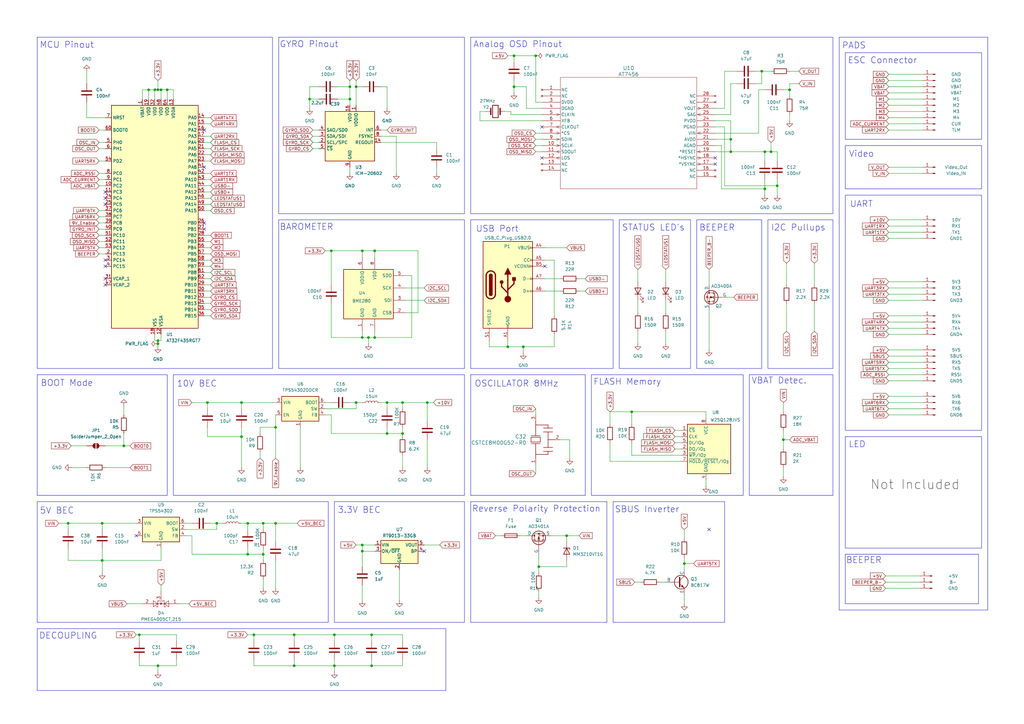
<source format=kicad_sch>
(kicad_sch (version 20250114) (generator "eeschema") (generator_version "9.0")
  (paper "A3")
  (title_block (title "AT435 Flight Controller") (date "2026-01-27") (rev "2026-01-27") (company "N/A") (comment 1 "Creator: Manuel Nadig"))
  (rectangle (start 15.24 257.81) (end 182.88 283.21))
  (rectangle (start 242.57 153.67) (end 304.8 203.2))
  (rectangle (start 346.71 59.69) (end 402.59 77.47))
  (rectangle (start 346.71 227.33) (end 401.32 247.65))
  (rectangle (start 193.04 90.17) (end 251.46 151.13))
  (rectangle (start 254 90.17) (end 283.21 151.13))
  (rectangle (start 344.17 15.24) (end 405.13 250.19))
  (rectangle (start 193.04 15.24) (end 341.63 87.63))
  (rectangle (start 285.75 90.17) (end 312.42 151.13))
  (rectangle (start 114.3 90.17) (end 190.5 151.13))
  (rectangle (start 346.71 80.01) (end 402.59 176.53))
  (rectangle (start 193.04 153.67) (end 240.03 203.2))
  (rectangle (start 71.12 153.67) (end 190.5 203.2))
  (rectangle (start 346.71 21.59) (end 402.59 57.15))
  (rectangle (start 193.04 205.74) (end 248.92 255.27))
  (rectangle (start 307.34 153.67) (end 341.63 203.2))
  (rectangle (start 114.3 15.24) (end 190.5 87.63))
  (rectangle (start 346.71 179.07) (end 402.59 224.79))
  (rectangle (start 15.24 205.74) (end 134.62 255.27))
  (rectangle (start 314.96 90.17) (end 341.63 151.13))
  (rectangle (start 15.24 153.67) (end 68.58 203.2))
  (rectangle (start 15.24 15.24) (end 111.76 151.13))
  (rectangle (start 137.16 205.74) (end 190.5 255.27))
  (rectangle (start 251.46 205.74) (end 297.18 255.27))
  (text "DECOUPLING\n" (at 27.94 260.858 0) (effects (font (size 2.54 2.54))))
  (text "ESC Connector" (at 361.95 24.892 0) (effects (font (size 2.54 2.54))))
  (text "OSCILLATOR 8MHz\n\n" (at 211.836 159.512 0) (effects (font (size 2.54 2.54))))
  (text "LED\n\n" (at 351.536 184.404 0) (effects (font (size 2.54 2.54))))
  (text "5V BEC" (at 23.368 209.55 0) (effects (font (size 2.54 2.54))))
  (text "VBAT Detec.\n" (at 319.532 156.21 0) (effects (font (size 2.54 2.54))))
  (text "UART\n" (at 353.314 83.82 0) (effects (font (size 2.54 2.54))))
  (text "FLASH Memory" (at 257.302 156.718 0) (effects (font (size 2.54 2.54))))
  (text "PADS" (at 350.266 18.796 0) (effects (font (size 2.54 2.54))))
  (text "BAROMETER" (at 125.73 93.218 0) (effects (font (size 2.54 2.54))))
  (text "BEEPER\n" (at 354.33 229.87 0) (effects (font (size 2.54 2.54))))
  (text "Video" (at 353.314 63.246 0) (effects (font (size 2.54 2.54))))
  (text "STATUS LED's" (at 267.97 93.472 0) (effects (font (size 2.54 2.54))))
  (text "I2C Pullups" (at 327.406 93.472 0) (effects (font (size 2.54 2.54))))
  (text "BEEPER" (at 294.132 93.472 0) (effects (font (size 2.54 2.54))))
  (text "BOOT Mode" (at 27.432 157.226 0) (effects (font (size 2.54 2.54))))
  (text "MCU Pinout" (at 27.432 18.542 0) (effects (font (size 2.54 2.54))))
  (text "Analog OSD Pinout" (at 212.344 18.288 0) (effects (font (size 2.54 2.54))))
  (text "10V BEC\n" (at 80.772 157.48 0) (effects (font (size 2.54 2.54))))
  (text "GYRO Pinout" (at 126.746 18.288 0) (effects (font (size 2.54 2.54))))
  (text "3.3V BEC" (at 147.32 209.296 0) (effects (font (size 2.54 2.54))))
  (text "USB Port\n" (at 203.962 93.98 0) (effects (font (size 2.54 2.54))))
  (text "Reverse Polarity Protection" (at 219.964 208.788 0) (effects (font (size 2.54 2.54))))
  (text "SBUS Inverter" (at 265.43 209.042 0) (effects (font (size 2.54 2.54))))
  (junction (at 135.89 102.87))
  (junction (at 158.75 165.1))
  (junction (at 153.67 102.87))
  (junction (at 41.91 229.87))
  (junction (at 316.23 62.23))
  (junction (at 208.28 142.24))
  (junction (at 101.6 214.63))
  (junction (at 57.15 260.35))
  (junction (at 210.82 35.56))
  (junction (at 137.16 260.35))
  (junction (at 64.77 139.7))
  (junction (at 64.77 140.97))
  (junction (at 146.05 35.56))
  (junction (at 143.51 40.64))
  (junction (at 63.5 36.83))
  (junction (at 153.67 138.43))
  (junction (at 321.31 180.34))
  (junction (at 220.98 232.41))
  (junction (at 64.77 36.83))
  (junction (at 210.82 22.86))
  (junction (at 137.16 273.05))
  (junction (at 312.42 29.21))
  (junction (at 68.58 36.83))
  (junction (at 85.09 165.1))
  (junction (at 152.4 260.35))
  (junction (at 104.14 260.35))
  (junction (at 318.77 76.2))
  (junction (at 214.63 142.24))
  (junction (at 232.41 219.71))
  (junction (at 120.65 260.35))
  (junction (at 113.03 175.26))
  (junction (at 120.65 273.05))
  (junction (at 66.04 36.83))
  (junction (at 299.72 57.15))
  (junction (at 27.94 214.63))
  (junction (at 113.03 214.63))
  (junction (at 146.05 165.1))
  (junction (at 41.91 214.63))
  (junction (at 148.59 223.52))
  (junction (at 148.59 138.43))
  (junction (at 323.85 36.83))
  (junction (at 50.8 182.88))
  (junction (at 148.59 226.06))
  (junction (at 151.13 138.43))
  (junction (at 60.96 36.83))
  (junction (at 219.71 22.86))
  (junction (at 88.9 214.63))
  (junction (at 152.4 273.05))
  (junction (at 175.26 165.1))
  (junction (at 64.77 273.05))
  (junction (at 143.51 35.56))
  (junction (at 280.67 231.14))
  (junction (at 165.1 177.8))
  (junction (at 107.95 214.63))
  (junction (at 259.08 168.91))
  (junction (at 165.1 165.1))
  (junction (at 107.95 227.33))
  (junction (at 99.06 165.1))
  (junction (at 313.69 77.47))
  (junction (at 313.69 62.23))
  (junction (at 299.72 62.23))
  (junction (at 148.59 102.87))
  (junction (at 127 40.64))
  (junction (at 101.6 227.33))
  (junction (at 158.75 177.8))
  (junction (at 99.06 179.07))
  (no_connect (at 222.25 64.77))
  (no_connect (at 83.82 93.98))
  (no_connect (at 173.99 226.06))
  (no_connect (at 43.18 83.82))
  (no_connect (at 290.83 217.17))
  (no_connect (at 43.18 116.84))
  (no_connect (at 43.18 106.68))
  (no_connect (at 223.52 109.22))
  (no_connect (at 43.18 114.3))
  (no_connect (at 293.37 67.31))
  (no_connect (at 83.82 53.34))
  (no_connect (at 222.25 52.07))
  (no_connect (at 293.37 64.77))
  (no_connect (at 43.18 109.22))
  (no_connect (at 83.82 91.44))
  (no_connect (at 55.88 219.71))
  (no_connect (at 43.18 81.28))
  (no_connect (at 83.82 68.58))
  (no_connect (at 43.18 78.74))
  (wire (pts (xy 101.6 260.35) (xy 104.14 260.35)))
  (wire (pts (xy 146.05 223.52) (xy 148.59 223.52)))
  (wire (pts (xy 41.91 217.17) (xy 41.91 214.63)))
  (wire (pts (xy 299.72 62.23) (xy 313.69 62.23)))
  (wire (pts (xy 215.9 44.45) (xy 222.25 44.45)))
  (wire (pts (xy 208.28 142.24) (xy 214.63 142.24)))
  (wire (pts (xy 107.95 217.17) (xy 107.95 214.63)))
  (wire (pts (xy 210.82 22.86) (xy 210.82 25.4)))
  (wire (pts (xy 138.43 40.64) (xy 143.51 40.64)))
  (wire (pts (xy 158.75 35.56) (xy 158.75 44.45)))
  (wire (pts (xy 29.21 191.77) (xy 35.56 191.77)))
  (wire (pts (xy 210.82 35.56) (xy 210.82 38.1)))
  (wire (pts (xy 152.4 260.35) (xy 152.4 262.89)))
  (wire (pts (xy 273.05 123.19) (xy 273.05 128.27)))
  (wire (pts (xy 276.86 179.07) (xy 279.4 179.07)))
  (wire (pts (xy 133.35 170.18) (xy 135.89 170.18)))
  (wire (pts (xy 270.51 238.76) (xy 273.05 238.76)))
  (wire (pts (xy 106.68 177.8) (xy 106.68 175.26)))
  (wire (pts (xy 83.82 96.52) (xy 86.36 96.52)))
  (wire (pts (xy 364.49 170.18) (xy 378.46 170.18)))
  (wire (pts (xy 120.65 270.51) (xy 120.65 273.05)))
  (wire (pts (xy 237.49 119.38) (xy 240.03 119.38)))
  (wire (pts (xy 43.18 191.77) (xy 53.34 191.77)))
  (wire (pts (xy 78.74 219.71) (xy 78.74 227.33)))
  (wire (pts (xy 207.01 45.72) (xy 209.55 45.72)))
  (wire (pts (xy 364.49 71.12) (xy 378.46 71.12)))
  (wire (pts (xy 63.5 36.83) (xy 64.77 36.83)))
  (wire (pts (xy 127 40.64) (xy 130.81 40.64)))
  (wire (pts (xy 364.49 97.79) (xy 378.46 97.79)))
  (wire (pts (xy 148.59 165.1) (xy 146.05 165.1)))
  (wire (pts (xy 120.65 273.05) (xy 137.16 273.05)))
  (wire (pts (xy 101.6 227.33) (xy 107.95 227.33)))
  (wire (pts (xy 72.39 273.05) (xy 72.39 270.51)))
  (wire (pts (xy 71.12 36.83) (xy 71.12 40.64)))
  (wire (pts (xy 104.14 260.35) (xy 120.65 260.35)))
  (wire (pts (xy 101.6 224.79) (xy 101.6 227.33)))
  (wire (pts (xy 166.37 123.19) (xy 173.99 123.19)))
  (wire (pts (xy 68.58 36.83) (xy 68.58 40.64)))
  (wire (pts (xy 293.37 49.53) (xy 299.72 49.53)))
  (wire (pts (xy 27.94 224.79) (xy 27.94 229.87)))
  (wire (pts (xy 66.04 139.7) (xy 66.04 137.16)))
  (wire (pts (xy 318.77 62.23) (xy 318.77 66.04)))
  (wire (pts (xy 135.89 177.8) (xy 158.75 177.8)))
  (wire (pts (xy 60.96 36.83) (xy 60.96 40.64)))
  (wire (pts (xy 223.52 101.6) (xy 232.41 101.6)))
  (wire (pts (xy 162.56 55.88) (xy 162.56 71.12)))
  (wire (pts (xy 86.36 214.63) (xy 88.9 214.63)))
  (wire (pts (xy 146.05 167.64) (xy 146.05 165.1)))
  (wire (pts (xy 165.1 186.69) (xy 165.1 191.77)))
  (wire (pts (xy 63.5 139.7) (xy 64.77 139.7)))
  (wire (pts (xy 165.1 165.1) (xy 175.26 165.1)))
  (wire (pts (xy 128.27 55.88) (xy 130.81 55.88)))
  (wire (pts (xy 298.45 121.92) (xy 300.99 121.92)))
  (wire (pts (xy 58.42 40.64) (xy 58.42 36.83)))
  (wire (pts (xy 208.28 22.86) (xy 210.82 22.86)))
  (wire (pts (xy 86.36 129.54) (xy 83.82 129.54)))
  (wire (pts (xy 364.49 40.64) (xy 378.46 40.64)))
  (wire (pts (xy 295.91 77.47) (xy 313.69 77.47)))
  (wire (pts (xy 219.71 194.31) (xy 219.71 190.5)))
  (wire (pts (xy 107.95 237.49) (xy 107.95 241.3)))
  (wire (pts (xy 364.49 156.21) (xy 378.46 156.21)))
  (wire (pts (xy 153.67 138.43) (xy 153.67 135.89)))
  (wire (pts (xy 85.09 179.07) (xy 99.06 179.07)))
  (wire (pts (xy 276.86 184.15) (xy 279.4 184.15)))
  (wire (pts (xy 29.21 182.88) (xy 35.56 182.88)))
  (wire (pts (xy 106.68 187.96) (xy 106.68 185.42)))
  (wire (pts (xy 259.08 173.99) (xy 259.08 168.91)))
  (wire (pts (xy 312.42 34.29) (xy 309.88 34.29)))
  (wire (pts (xy 312.42 29.21) (xy 316.23 29.21)))
  (wire (pts (xy 364.49 129.54) (xy 378.46 129.54)))
  (wire (pts (xy 261.62 135.89) (xy 261.62 140.97)))
  (wire (pts (xy 57.15 262.89) (xy 57.15 260.35)))
  (wire (pts (xy 321.31 176.53) (xy 321.31 180.34)))
  (wire (pts (xy 113.03 214.63) (xy 121.92 214.63)))
  (wire (pts (xy 322.58 107.95) (xy 322.58 116.84)))
  (wire (pts (xy 280.67 243.84) (xy 280.67 247.65)))
  (wire (pts (xy 86.36 109.22) (xy 83.82 109.22)))
  (wire (pts (xy 101.6 217.17) (xy 101.6 214.63)))
  (wire (pts (xy 85.09 167.64) (xy 85.09 165.1)))
  (wire (pts (xy 135.89 102.87) (xy 148.59 102.87)))
  (wire (pts (xy 364.49 30.48) (xy 378.46 30.48)))
  (wire (pts (xy 40.64 88.9) (xy 43.18 88.9)))
  (wire (pts (xy 284.48 231.14) (xy 280.67 231.14)))
  (wire (pts (xy 313.69 62.23) (xy 313.69 66.04)))
  (wire (pts (xy 156.21 55.88) (xy 162.56 55.88)))
  (wire (pts (xy 86.36 73.66) (xy 83.82 73.66)))
  (wire (pts (xy 41.91 229.87) (xy 66.04 229.87)))
  (wire (pts (xy 128.27 60.96) (xy 130.81 60.96)))
  (wire (pts (xy 364.49 35.56) (xy 378.46 35.56)))
  (wire (pts (xy 322.58 124.46) (xy 322.58 135.89)))
  (wire (pts (xy 364.49 137.16) (xy 378.46 137.16)))
  (wire (pts (xy 66.04 36.83) (xy 68.58 36.83)))
  (wire (pts (xy 312.42 34.29) (xy 312.42 29.21)))
  (wire (pts (xy 260.35 238.76) (xy 262.89 238.76)))
  (wire (pts (xy 166.37 118.11) (xy 173.99 118.11)))
  (wire (pts (xy 143.51 71.12) (xy 143.51 68.58)))
  (wire (pts (xy 237.49 114.3) (xy 240.03 114.3)))
  (wire (pts (xy 86.36 83.82) (xy 83.82 83.82)))
  (wire (pts (xy 104.14 270.51) (xy 104.14 273.05)))
  (wire (pts (xy 297.18 76.2) (xy 318.77 76.2)))
  (wire (pts (xy 158.75 165.1) (xy 165.1 165.1)))
  (wire (pts (xy 27.94 214.63) (xy 41.91 214.63)))
  (wire (pts (xy 104.14 273.05) (xy 120.65 273.05)))
  (wire (pts (xy 364.49 118.11) (xy 378.46 118.11)))
  (wire (pts (xy 364.49 53.34) (xy 378.46 53.34)))
  (wire (pts (xy 86.36 58.42) (xy 83.82 58.42)))
  (wire (pts (xy 220.98 232.41) (xy 232.41 232.41)))
  (wire (pts (xy 219.71 22.86) (xy 210.82 22.86)))
  (wire (pts (xy 232.41 219.71) (xy 237.49 219.71)))
  (wire (pts (xy 64.77 139.7) (xy 64.77 140.97)))
  (wire (pts (xy 83.82 111.76) (xy 86.36 111.76)))
  (wire (pts (xy 66.04 224.79) (xy 66.04 229.87)))
  (wire (pts (xy 261.62 123.19) (xy 261.62 128.27)))
  (wire (pts (xy 299.72 57.15) (xy 299.72 62.23)))
  (wire (pts (xy 50.8 166.37) (xy 50.8 170.18)))
  (wire (pts (xy 220.98 227.33) (xy 220.98 232.41)))
  (wire (pts (xy 219.71 59.69) (xy 222.25 59.69)))
  (wire (pts (xy 86.36 99.06) (xy 83.82 99.06)))
  (wire (pts (xy 280.67 217.17) (xy 280.67 220.98)))
  (wire (pts (xy 223.52 106.68) (xy 227.33 106.68)))
  (wire (pts (xy 76.2 217.17) (xy 88.9 217.17)))
  (wire (pts (xy 227.33 137.16) (xy 227.33 142.24)))
  (wire (pts (xy 83.82 114.3) (xy 86.36 114.3)))
  (wire (pts (xy 363.22 238.76) (xy 377.19 238.76)))
  (wire (pts (xy 91.44 214.63) (xy 88.9 214.63)))
  (wire (pts (xy 86.36 63.5) (xy 83.82 63.5)))
  (wire (pts (xy 323.85 34.29) (xy 323.85 36.83)))
  (wire (pts (xy 128.27 58.42) (xy 130.81 58.42)))
  (wire (pts (xy 64.77 140.97) (xy 64.77 142.24)))
  (wire (pts (xy 78.74 165.1) (xy 85.09 165.1)))
  (wire (pts (xy 156.21 58.42) (xy 179.07 58.42)))
  (wire (pts (xy 214.63 142.24) (xy 227.33 142.24)))
  (wire (pts (xy 318.77 76.2) (xy 318.77 80.01)))
  (wire (pts (xy 113.03 229.87) (xy 113.03 241.3)))
  (wire (pts (xy 293.37 46.99) (xy 299.72 46.99)))
  (wire (pts (xy 52.07 247.65) (xy 58.42 247.65)))
  (wire (pts (xy 128.27 53.34) (xy 130.81 53.34)))
  (wire (pts (xy 316.23 62.23) (xy 318.77 62.23)))
  (wire (pts (xy 24.13 214.63) (xy 27.94 214.63)))
  (wire (pts (xy 364.49 90.17) (xy 378.46 90.17)))
  (wire (pts (xy 364.49 120.65) (xy 378.46 120.65)))
  (wire (pts (xy 250.19 189.23) (xy 250.19 181.61)))
  (wire (pts (xy 364.49 153.67) (xy 378.46 153.67)))
  (wire (pts (xy 99.06 175.26) (xy 99.06 179.07)))
  (wire (pts (xy 40.64 71.12) (xy 43.18 71.12)))
  (wire (pts (xy 86.36 66.04) (xy 83.82 66.04)))
  (wire (pts (xy 41.91 224.79) (xy 41.91 229.87)))
  (wire (pts (xy 364.49 146.05) (xy 378.46 146.05)))
  (wire (pts (xy 280.67 233.68) (xy 280.67 231.14)))
  (wire (pts (xy 113.03 170.18) (xy 113.03 175.26)))
  (wire (pts (xy 40.64 91.44) (xy 43.18 91.44)))
  (wire (pts (xy 196.85 45.72) (xy 199.39 45.72)))
  (wire (pts (xy 165.1 167.64) (xy 165.1 165.1)))
  (wire (pts (xy 27.94 229.87) (xy 41.91 229.87)))
  (wire (pts (xy 165.1 260.35) (xy 165.1 262.89)))
  (wire (pts (xy 135.89 138.43) (xy 135.89 124.46)))
  (wire (pts (xy 146.05 33.02) (xy 146.05 35.56)))
  (wire (pts (xy 85.09 175.26) (xy 85.09 179.07)))
  (wire (pts (xy 35.56 41.91) (xy 35.56 48.26)))
  (wire (pts (xy 99.06 167.64) (xy 99.06 165.1)))
  (wire (pts (xy 295.91 59.69) (xy 295.91 77.47)))
  (wire (pts (xy 168.91 113.03) (xy 166.37 113.03)))
  (wire (pts (xy 280.67 231.14) (xy 280.67 228.6)))
  (wire (pts (xy 323.85 29.21) (xy 327.66 29.21)))
  (wire (pts (xy 279.4 189.23) (xy 250.19 189.23)))
  (wire (pts (xy 86.36 71.12) (xy 83.82 71.12)))
  (wire (pts (xy 72.39 260.35) (xy 72.39 262.89)))
  (wire (pts (xy 158.75 53.34) (xy 156.21 53.34)))
  (wire (pts (xy 229.87 180.34) (xy 233.68 180.34)))
  (wire (pts (xy 215.9 35.56) (xy 215.9 44.45)))
  (wire (pts (xy 219.71 167.64) (xy 219.71 170.18)))
  (wire (pts (xy 232.41 222.25) (xy 232.41 219.71)))
  (wire (pts (xy 364.49 123.19) (xy 378.46 123.19)))
  (wire (pts (xy 250.19 173.99) (xy 250.19 168.91)))
  (wire (pts (xy 123.19 175.26) (xy 123.19 191.77)))
  (wire (pts (xy 165.1 273.05) (xy 165.1 270.51)))
  (wire (pts (xy 107.95 214.63) (xy 113.03 214.63)))
  (wire (pts (xy 313.69 62.23) (xy 316.23 62.23)))
  (wire (pts (xy 364.49 43.18) (xy 378.46 43.18)))
  (wire (pts (xy 233.68 180.34) (xy 233.68 187.96)))
  (wire (pts (xy 179.07 68.58) (xy 179.07 71.12)))
  (wire (pts (xy 276.86 181.61) (xy 279.4 181.61)))
  (wire (pts (xy 363.22 241.3) (xy 377.19 241.3)))
  (wire (pts (xy 40.64 99.06) (xy 43.18 99.06)))
  (wire (pts (xy 364.49 167.64) (xy 378.46 167.64)))
  (wire (pts (xy 309.88 29.21) (xy 312.42 29.21)))
  (wire (pts (xy 297.18 52.07) (xy 297.18 76.2)))
  (wire (pts (xy 130.81 35.56) (xy 127 35.56)))
  (wire (pts (xy 40.64 101.6) (xy 43.18 101.6)))
  (wire (pts (xy 120.65 260.35) (xy 137.16 260.35)))
  (wire (pts (xy 107.95 224.79) (xy 107.95 227.33)))
  (wire (pts (xy 113.03 175.26) (xy 113.03 187.96)))
  (wire (pts (xy 364.49 95.25) (xy 378.46 95.25)))
  (wire (pts (xy 364.49 143.51) (xy 378.46 143.51)))
  (wire (pts (xy 50.8 182.88) (xy 53.34 182.88)))
  (wire (pts (xy 173.99 223.52) (xy 180.34 223.52)))
  (wire (pts (xy 316.23 58.42) (xy 316.23 62.23)))
  (wire (pts (xy 210.82 33.02) (xy 210.82 35.56)))
  (wire (pts (xy 165.1 177.8) (xy 165.1 179.07)))
  (wire (pts (xy 133.35 165.1) (xy 135.89 165.1)))
  (wire (pts (xy 261.62 110.49) (xy 261.62 115.57)))
  (wire (pts (xy 153.67 102.87) (xy 153.67 105.41)))
  (wire (pts (xy 58.42 36.83) (xy 60.96 36.83)))
  (wire (pts (xy 64.77 139.7) (xy 66.04 139.7)))
  (wire (pts (xy 297.18 44.45) (xy 297.18 29.21)))
  (wire (pts (xy 158.75 175.26) (xy 158.75 177.8)))
  (wire (pts (xy 64.77 33.02) (xy 64.77 36.83)))
  (wire (pts (xy 148.59 226.06) (xy 153.67 226.06)))
  (wire (pts (xy 99.06 179.07) (xy 99.06 191.77)))
  (wire (pts (xy 158.75 177.8) (xy 165.1 177.8)))
  (wire (pts (xy 223.52 119.38) (xy 229.87 119.38)))
  (wire (pts (xy 364.49 115.57) (xy 378.46 115.57)))
  (wire (pts (xy 364.49 148.59) (xy 378.46 148.59)))
  (wire (pts (xy 148.59 138.43) (xy 148.59 135.89)))
  (wire (pts (xy 86.36 86.36) (xy 83.82 86.36)))
  (wire (pts (xy 148.59 138.43) (xy 135.89 138.43)))
  (wire (pts (xy 276.86 176.53) (xy 279.4 176.53)))
  (wire (pts (xy 146.05 35.56) (xy 146.05 43.18)))
  (wire (pts (xy 259.08 186.69) (xy 259.08 181.61)))
  (wire (pts (xy 66.04 36.83) (xy 66.04 40.64)))
  (wire (pts (xy 133.35 167.64) (xy 146.05 167.64)))
  (wire (pts (xy 99.06 214.63) (xy 101.6 214.63)))
  (wire (pts (xy 66.04 240.03) (xy 66.04 242.57)))
  (wire (pts (xy 153.67 138.43) (xy 151.13 138.43)))
  (wire (pts (xy 86.36 127) (xy 83.82 127)))
  (wire (pts (xy 273.05 135.89) (xy 273.05 140.97)))
  (wire (pts (xy 200.66 139.7) (xy 200.66 142.24)))
  (wire (pts (xy 50.8 177.8) (xy 50.8 182.88)))
  (wire (pts (xy 127 40.64) (xy 127 44.45)))
  (wire (pts (xy 220.98 232.41) (xy 220.98 234.95)))
  (wire (pts (xy 299.72 49.53) (xy 299.72 57.15)))
  (wire (pts (xy 323.85 46.99) (xy 323.85 49.53)))
  (wire (pts (xy 334.01 124.46) (xy 334.01 135.89)))
  (wire (pts (xy 27.94 217.17) (xy 27.94 214.63)))
  (wire (pts (xy 293.37 57.15) (xy 299.72 57.15)))
  (wire (pts (xy 334.01 107.95) (xy 334.01 116.84)))
  (wire (pts (xy 40.64 104.14) (xy 43.18 104.14)))
  (wire (pts (xy 143.51 43.18) (xy 143.51 40.64)))
  (wire (pts (xy 364.49 134.62) (xy 378.46 134.62)))
  (wire (pts (xy 40.64 96.52) (xy 43.18 96.52)))
  (wire (pts (xy 41.91 214.63) (xy 55.88 214.63)))
  (wire (pts (xy 226.06 219.71) (xy 232.41 219.71)))
  (wire (pts (xy 321.31 180.34) (xy 323.85 180.34)))
  (wire (pts (xy 364.49 48.26) (xy 378.46 48.26)))
  (wire (pts (xy 133.35 102.87) (xy 135.89 102.87)))
  (wire (pts (xy 137.16 270.51) (xy 137.16 273.05)))
  (wire (pts (xy 364.49 38.1) (xy 378.46 38.1)))
  (wire (pts (xy 163.83 233.68) (xy 163.83 246.38)))
  (wire (pts (xy 86.36 116.84) (xy 83.82 116.84)))
  (wire (pts (xy 166.37 128.27) (xy 171.45 128.27)))
  (wire (pts (xy 40.64 76.2) (xy 43.18 76.2)))
  (wire (pts (xy 148.59 240.03) (xy 148.59 246.38)))
  (wire (pts (xy 214.63 142.24) (xy 214.63 144.78)))
  (wire (pts (xy 137.16 273.05) (xy 152.4 273.05)))
  (wire (pts (xy 223.52 114.3) (xy 229.87 114.3)))
  (wire (pts (xy 86.36 101.6) (xy 83.82 101.6)))
  (wire (pts (xy 57.15 273.05) (xy 64.77 273.05)))
  (wire (pts (xy 273.05 110.49) (xy 273.05 115.57)))
  (wire (pts (xy 40.64 66.04) (xy 43.18 66.04)))
  (wire (pts (xy 364.49 50.8) (xy 378.46 50.8)))
  (wire (pts (xy 135.89 116.84) (xy 135.89 102.87)))
  (wire (pts (xy 203.2 219.71) (xy 205.74 219.71)))
  (wire (pts (xy 220.98 242.57) (xy 220.98 245.11)))
  (wire (pts (xy 227.33 106.68) (xy 227.33 129.54)))
  (wire (pts (xy 151.13 138.43) (xy 148.59 138.43)))
  (wire (pts (xy 158.75 167.64) (xy 158.75 165.1)))
  (wire (pts (xy 85.09 165.1) (xy 99.06 165.1)))
  (wire (pts (xy 35.56 29.21) (xy 35.56 34.29)))
  (wire (pts (xy 107.95 227.33) (xy 107.95 229.87)))
  (wire (pts (xy 171.45 128.27) (xy 171.45 102.87)))
  (wire (pts (xy 101.6 214.63) (xy 107.95 214.63)))
  (wire (pts (xy 40.64 60.96) (xy 43.18 60.96)))
  (wire (pts (xy 83.82 76.2) (xy 86.36 76.2)))
  (wire (pts (xy 40.64 86.36) (xy 43.18 86.36)))
  (wire (pts (xy 297.18 29.21) (xy 302.26 29.21)))
  (wire (pts (xy 146.05 35.56) (xy 148.59 35.56)))
  (wire (pts (xy 213.36 219.71) (xy 215.9 219.71)))
  (wire (pts (xy 86.36 60.96) (xy 83.82 60.96)))
  (wire (pts (xy 196.85 49.53) (xy 222.25 49.53)))
  (wire (pts (xy 135.89 170.18) (xy 135.89 177.8)))
  (wire (pts (xy 120.65 260.35) (xy 120.65 262.89)))
  (wire (pts (xy 364.49 92.71) (xy 378.46 92.71)))
  (wire (pts (xy 148.59 226.06) (xy 148.59 232.41)))
  (wire (pts (xy 40.64 73.66) (xy 43.18 73.66)))
  (wire (pts (xy 55.88 260.35) (xy 57.15 260.35)))
  (wire (pts (xy 83.82 78.74) (xy 86.36 78.74)))
  (wire (pts (xy 171.45 102.87) (xy 153.67 102.87)))
  (wire (pts (xy 86.36 50.8) (xy 83.82 50.8)))
  (wire (pts (xy 148.59 223.52) (xy 148.59 226.06)))
  (wire (pts (xy 143.51 35.56) (xy 143.51 33.02)))
  (wire (pts (xy 179.07 58.42) (xy 179.07 60.96)))
  (wire (pts (xy 321.31 180.34) (xy 321.31 184.15)))
  (wire (pts (xy 63.5 36.83) (xy 63.5 40.64)))
  (wire (pts (xy 219.71 54.61) (xy 222.25 54.61)))
  (wire (pts (xy 64.77 275.59) (xy 64.77 273.05)))
  (wire (pts (xy 137.16 275.59) (xy 137.16 273.05)))
  (wire (pts (xy 35.56 48.26) (xy 43.18 48.26)))
  (wire (pts (xy 321.31 191.77) (xy 321.31 195.58)))
  (wire (pts (xy 219.71 62.23) (xy 222.25 62.23)))
  (wire (pts (xy 88.9 217.17) (xy 88.9 214.63)))
  (wire (pts (xy 137.16 260.35) (xy 137.16 262.89)))
  (wire (pts (xy 175.26 165.1) (xy 177.8 165.1)))
  (wire (pts (xy 311.15 36.83) (xy 313.69 36.83)))
  (wire (pts (xy 168.91 113.03) (xy 168.91 138.43)))
  (wire (pts (xy 219.71 57.15) (xy 222.25 57.15)))
  (wire (pts (xy 76.2 219.71) (xy 78.74 219.71)))
  (wire (pts (xy 104.14 260.35) (xy 104.14 262.89)))
  (wire (pts (xy 321.31 165.1) (xy 321.31 168.91)))
  (wire (pts (xy 210.82 35.56) (xy 215.9 35.56)))
  (wire (pts (xy 99.06 165.1) (xy 113.03 165.1)))
  (wire (pts (xy 290.83 110.49) (xy 290.83 116.84)))
  (wire (pts (xy 259.08 168.91) (xy 289.56 168.91)))
  (wire (pts (xy 364.49 151.13) (xy 378.46 151.13)))
  (wire (pts (xy 86.36 55.88) (xy 83.82 55.88)))
  (wire (pts (xy 57.15 270.51) (xy 57.15 273.05)))
  (wire (pts (xy 364.49 33.02) (xy 378.46 33.02)))
  (wire (pts (xy 293.37 54.61) (xy 311.15 54.61)))
  (wire (pts (xy 86.36 124.46) (xy 83.82 124.46)))
  (wire (pts (xy 86.36 104.14) (xy 83.82 104.14)))
  (wire (pts (xy 60.96 36.83) (xy 63.5 36.83)))
  (wire (pts (xy 40.64 53.34) (xy 43.18 53.34)))
  (wire (pts (xy 86.36 119.38) (xy 83.82 119.38)))
  (wire (pts (xy 208.28 142.24) (xy 208.28 139.7)))
  (wire (pts (xy 250.19 168.91) (xy 259.08 168.91)))
  (wire (pts (xy 152.4 270.51) (xy 152.4 273.05)))
  (wire (pts (xy 127 35.56) (xy 127 40.64)))
  (wire (pts (xy 86.36 121.92) (xy 83.82 121.92)))
  (wire (pts (xy 222.25 41.91) (xy 219.71 41.91)))
  (wire (pts (xy 299.72 34.29) (xy 302.26 34.29)))
  (wire (pts (xy 289.56 199.39) (xy 289.56 196.85)))
  (wire (pts (xy 151.13 138.43) (xy 151.13 140.97)))
  (wire (pts (xy 196.85 45.72) (xy 196.85 49.53)))
  (wire (pts (xy 148.59 223.52) (xy 153.67 223.52)))
  (wire (pts (xy 153.67 102.87) (xy 148.59 102.87)))
  (wire (pts (xy 364.49 68.58) (xy 378.46 68.58)))
  (wire (pts (xy 165.1 175.26) (xy 165.1 177.8)))
  (wire (pts (xy 327.66 34.29) (xy 323.85 34.29)))
  (wire (pts (xy 86.36 48.26) (xy 83.82 48.26)))
  (wire (pts (xy 86.36 81.28) (xy 83.82 81.28)))
  (wire (pts (xy 175.26 172.72) (xy 175.26 165.1)))
  (wire (pts (xy 364.49 132.08) (xy 378.46 132.08)))
  (wire (pts (xy 313.69 73.66) (xy 313.69 77.47)))
  (wire (pts (xy 143.51 40.64) (xy 143.51 35.56)))
  (wire (pts (xy 311.15 54.61) (xy 311.15 36.83)))
  (wire (pts (xy 290.83 143.51) (xy 290.83 127)))
  (wire (pts (xy 156.21 35.56) (xy 158.75 35.56)))
  (wire (pts (xy 113.03 222.25) (xy 113.03 214.63)))
  (wire (pts (xy 293.37 44.45) (xy 297.18 44.45)))
  (wire (pts (xy 152.4 273.05) (xy 165.1 273.05)))
  (wire (pts (xy 363.22 236.22) (xy 377.19 236.22)))
  (wire (pts (xy 209.55 45.72) (xy 209.55 46.99)))
  (wire (pts (xy 148.59 102.87) (xy 148.59 105.41)))
  (wire (pts (xy 41.91 229.87) (xy 41.91 234.95)))
  (wire (pts (xy 106.68 175.26) (xy 113.03 175.26)))
  (wire (pts (xy 78.74 227.33) (xy 101.6 227.33)))
  (wire (pts (xy 321.31 36.83) (xy 323.85 36.83)))
  (wire (pts (xy 364.49 162.56) (xy 378.46 162.56)))
  (wire (pts (xy 64.77 36.83) (xy 66.04 36.83)))
  (wire (pts (xy 293.37 59.69) (xy 295.91 59.69)))
  (wire (pts (xy 146.05 165.1) (xy 143.51 165.1)))
  (wire (pts (xy 63.5 137.16) (xy 63.5 139.7)))
  (wire (pts (xy 152.4 260.35) (xy 165.1 260.35)))
  (wire (pts (xy 68.58 36.83) (xy 71.12 36.83)))
  (wire (pts (xy 219.71 41.91) (xy 219.71 22.86)))
  (wire (pts (xy 64.77 273.05) (xy 72.39 273.05)))
  (wire (pts (xy 86.36 106.68) (xy 83.82 106.68)))
  (wire (pts (xy 232.41 232.41) (xy 232.41 229.87)))
  (wire (pts (xy 77.47 247.65) (xy 73.66 247.65)))
  (wire (pts (xy 153.67 138.43) (xy 168.91 138.43)))
  (wire (pts (xy 313.69 77.47) (xy 313.69 80.01)))
  (wire (pts (xy 299.72 46.99) (xy 299.72 34.29)))
  (wire (pts (xy 200.66 142.24) (xy 208.28 142.24)))
  (wire (pts (xy 209.55 46.99) (xy 222.25 46.99)))
  (wire (pts (xy 143.51 35.56) (xy 138.43 35.56)))
  (wire (pts (xy 364.49 45.72) (xy 378.46 45.72)))
  (wire (pts (xy 40.64 93.98) (xy 43.18 93.98)))
  (wire (pts (xy 364.49 165.1) (xy 378.46 165.1)))
  (wire (pts (xy 279.4 186.69) (xy 259.08 186.69)))
  (wire (pts (xy 137.16 260.35) (xy 152.4 260.35)))
  (wire (pts (xy 40.64 58.42) (xy 43.18 58.42)))
  (wire (pts (xy 175.26 180.34) (xy 175.26 191.77)))
  (wire (pts (xy 289.56 168.91) (xy 289.56 171.45)))
  (wire (pts (xy 293.37 52.07) (xy 297.18 52.07)))
  (wire (pts (xy 318.77 73.66) (xy 318.77 76.2)))
  (wire (pts (xy 57.15 260.35) (xy 72.39 260.35)))
  (wire (pts (xy 293.37 62.23) (xy 299.72 62.23)))
  (wire (pts (xy 323.85 36.83) (xy 323.85 39.37)))
  (wire (pts (xy 156.21 165.1) (xy 158.75 165.1)))
  (wire (pts (xy 76.2 214.63) (xy 78.74 214.63)))
  (wire (pts (xy 43.18 182.88) (xy 50.8 182.88)))
  (label "Not Included" (at 356.87 201.93 0) (effects (font (size 3.81 3.81))))
  (global_label "GYRO_SDA" (shape input) (at 128.27 55.88 180) (property "Intersheetrefs" "${INTERSHEET_REFS}" (effects (hide yes))))
  (global_label "FLASH_MOSI" (shape input) (at 276.86 181.61 180) (property "Intersheetrefs" "${INTERSHEET_REFS}" (effects (hide yes))))
  (global_label "+3.3V" (shape input) (at 146.05 33.02 90) (property "Intersheetrefs" "${INTERSHEET_REFS}" (effects (hide yes))))
  (global_label "BOOT0" (shape input) (at 53.34 182.88 0) (property "Intersheetrefs" "${INTERSHEET_REFS}" (effects (hide yes))))
  (global_label "+5V" (shape input) (at 208.28 22.86 180) (property "Intersheetrefs" "${INTERSHEET_REFS}" (effects (hide yes))))
  (global_label "GND" (shape input) (at 364.49 170.18 180) (property "Intersheetrefs" "${INTERSHEET_REFS}" (effects (hide yes))))
  (global_label "UART1RX" (shape input) (at 86.36 73.66 0) (property "Intersheetrefs" "${INTERSHEET_REFS}" (effects (hide yes))))
  (global_label "ADC_RSSI" (shape input) (at 364.49 153.67 180) (property "Intersheetrefs" "${INTERSHEET_REFS}" (effects (hide yes))))
  (global_label "UART2RX" (shape input) (at 86.36 55.88 0) (property "Intersheetrefs" "${INTERSHEET_REFS}" (effects (hide yes))))
  (global_label "UART3TX" (shape input) (at 86.36 116.84 0) (property "Intersheetrefs" "${INTERSHEET_REFS}" (effects (hide yes))))
  (global_label "OSD_CS" (shape input) (at 219.71 54.61 180) (property "Intersheetrefs" "${INTERSHEET_REFS}" (effects (hide yes))))
  (global_label "USBD-" (shape input) (at 240.03 114.3 0) (property "Intersheetrefs" "${INTERSHEET_REFS}" (effects (hide yes))))
  (global_label "GYRO_CS" (shape input) (at 128.27 60.96 180) (property "Intersheetrefs" "${INTERSHEET_REFS}" (effects (hide yes))))
  (global_label "9V_Enable" (shape input) (at 113.03 187.96 270) (property "Intersheetrefs" "${INTERSHEET_REFS}" (effects (hide yes))))
  (global_label "UART2RX" (shape input) (at 364.49 53.34 180) (property "Intersheetrefs" "${INTERSHEET_REFS}" (effects (hide yes))))
  (global_label "I2C_SDA" (shape input) (at 334.01 135.89 270) (property "Intersheetrefs" "${INTERSHEET_REFS}" (effects (hide yes))))
  (global_label "GND" (shape input) (at 363.22 241.3 180) (property "Intersheetrefs" "${INTERSHEET_REFS}" (effects (hide yes))))
  (global_label "LEDSTATUS0" (shape input) (at 86.36 83.82 0) (property "Intersheetrefs" "${INTERSHEET_REFS}" (effects (hide yes))))
  (global_label "GYRO_INIT" (shape input) (at 40.64 93.98 180) (property "Intersheetrefs" "${INTERSHEET_REFS}" (effects (hide yes))))
  (global_label "+3.3V" (shape input) (at 334.01 107.95 90) (property "Intersheetrefs" "${INTERSHEET_REFS}" (effects (hide yes))))
  (global_label "+3.3V" (shape input) (at 143.51 33.02 90) (property "Intersheetrefs" "${INTERSHEET_REFS}" (effects (hide yes))))
  (global_label "OSD_MOSI" (shape input) (at 86.36 104.14 0) (property "Intersheetrefs" "${INTERSHEET_REFS}" (effects (hide yes))))
  (global_label "FLASH_SCK" (shape input) (at 276.86 179.07 180) (property "Intersheetrefs" "${INTERSHEET_REFS}" (effects (hide yes))))
  (global_label "OSC_OUT" (shape input) (at 219.71 194.31 180) (property "Intersheetrefs" "${INTERSHEET_REFS}" (effects (hide yes))))
  (global_label "VBUS" (shape input) (at 232.41 101.6 0) (property "Intersheetrefs" "${INTERSHEET_REFS}" (effects (hide yes))))
  (global_label "V_IN" (shape input) (at 327.66 34.29 0) (property "Intersheetrefs" "${INTERSHEET_REFS}" (effects (hide yes))))
  (global_label "+3.3V" (shape input) (at 322.58 107.95 90) (property "Intersheetrefs" "${INTERSHEET_REFS}" (effects (hide yes))))
  (global_label "M2" (shape input) (at 364.49 43.18 180) (property "Intersheetrefs" "${INTERSHEET_REFS}" (effects (hide yes))))
  (global_label "GYRO_SDO" (shape input) (at 86.36 127 0) (property "Intersheetrefs" "${INTERSHEET_REFS}" (effects (hide yes))))
  (global_label "OSC_IN" (shape input) (at 40.64 58.42 180) (property "Intersheetrefs" "${INTERSHEET_REFS}" (effects (hide yes))))
  (global_label "M3" (shape input) (at 86.36 106.68 0) (property "Intersheetrefs" "${INTERSHEET_REFS}" (effects (hide yes))))
  (global_label "USBD+" (shape input) (at 86.36 78.74 0) (property "Intersheetrefs" "${INTERSHEET_REFS}" (effects (hide yes))))
  (global_label "OSC_OUT" (shape input) (at 40.64 60.96 180) (property "Intersheetrefs" "${INTERSHEET_REFS}" (effects (hide yes))))
  (global_label "M1" (shape input) (at 364.49 40.64 180) (property "Intersheetrefs" "${INTERSHEET_REFS}" (effects (hide yes))))
  (global_label "ADC_CURRENT" (shape input) (at 364.49 50.8 180) (property "Intersheetrefs" "${INTERSHEET_REFS}" (effects (hide yes))))
  (global_label "ADC_VBAT" (shape input) (at 323.85 180.34 0) (property "Intersheetrefs" "${INTERSHEET_REFS}" (effects (hide yes))))
  (global_label "UART1RX" (shape input) (at 364.49 92.71 180) (property "Intersheetrefs" "${INTERSHEET_REFS}" (effects (hide yes))))
  (global_label "GYRO_SDO" (shape input) (at 128.27 53.34 180) (property "Intersheetrefs" "${INTERSHEET_REFS}" (effects (hide yes))))
  (global_label "VBAT" (shape input) (at 364.49 38.1 180) (property "Intersheetrefs" "${INTERSHEET_REFS}" (effects (hide yes))))
  (global_label "VBAT" (shape input) (at 364.49 35.56 180) (property "Intersheetrefs" "${INTERSHEET_REFS}" (effects (hide yes))))
  (global_label "GND" (shape input) (at 364.49 30.48 180) (property "Intersheetrefs" "${INTERSHEET_REFS}" (effects (hide yes))))
  (global_label "+5V" (shape input) (at 364.49 129.54 180) (property "Intersheetrefs" "${INTERSHEET_REFS}" (effects (hide yes))))
  (global_label "+5V" (shape input) (at 66.04 240.03 90) (property "Intersheetrefs" "${INTERSHEET_REFS}" (effects (hide yes))))
  (global_label "GYRO_INIT" (shape input) (at 158.75 53.34 0) (property "Intersheetrefs" "${INTERSHEET_REFS}" (effects (hide yes))))
  (global_label "M3" (shape input) (at 364.49 45.72 180) (property "Intersheetrefs" "${INTERSHEET_REFS}" (effects (hide yes))))
  (global_label "UART5RX" (shape input) (at 40.64 66.04 180) (property "Intersheetrefs" "${INTERSHEET_REFS}" (effects (hide yes))))
  (global_label "GND" (shape input) (at 364.49 156.21 180) (property "Intersheetrefs" "${INTERSHEET_REFS}" (effects (hide yes))))
  (global_label "BOOT0" (shape input) (at 40.64 53.34 180) (property "Intersheetrefs" "${INTERSHEET_REFS}" (effects (hide yes))))
  (global_label "VIN" (shape input) (at 78.74 165.1 180) (property "Intersheetrefs" "${INTERSHEET_REFS}" (effects (hide yes))))
  (global_label "VIN" (shape input) (at 321.31 165.1 90) (property "Intersheetrefs" "${INTERSHEET_REFS}" (effects (hide yes))))
  (global_label "UART5TX" (shape input) (at 40.64 101.6 180) (property "Intersheetrefs" "${INTERSHEET_REFS}" (effects (hide yes))))
  (global_label "UART6TX" (shape input) (at 40.64 86.36 180) (property "Intersheetrefs" "${INTERSHEET_REFS}" (effects (hide yes))))
  (global_label "UART4TX" (shape input) (at 364.49 134.62 180) (property "Intersheetrefs" "${INTERSHEET_REFS}" (effects (hide yes))))
  (global_label "9V_Enable" (shape input) (at 40.64 91.44 180) (property "Intersheetrefs" "${INTERSHEET_REFS}" (effects (hide yes))))
  (global_label "M4" (shape input) (at 86.36 109.22 0) (property "Intersheetrefs" "${INTERSHEET_REFS}" (effects (hide yes))))
  (global_label "ADC_CURRENT" (shape input) (at 40.64 73.66 180) (property "Intersheetrefs" "${INTERSHEET_REFS}" (effects (hide yes))))
  (global_label "M2" (shape input) (at 86.36 101.6 0) (property "Intersheetrefs" "${INTERSHEET_REFS}" (effects (hide yes))))
  (global_label "M1" (shape input) (at 86.36 99.06 0) (property "Intersheetrefs" "${INTERSHEET_REFS}" (effects (hide yes))))
  (global_label "OSD_SCK" (shape input) (at 40.64 96.52 180) (property "Intersheetrefs" "${INTERSHEET_REFS}" (effects (hide yes))))
  (global_label "+3.3V" (shape input) (at 106.68 187.96 270) (property "Intersheetrefs" "${INTERSHEET_REFS}" (effects (hide yes))))
  (global_label "SBUS" (shape input) (at 364.49 146.05 180) (property "Intersheetrefs" "${INTERSHEET_REFS}" (effects (hide yes))))
  (global_label "+5V" (shape input) (at 364.49 162.56 180) (property "Intersheetrefs" "${INTERSHEET_REFS}" (effects (hide yes))))
  (global_label "FLASH_MISO" (shape input) (at 86.36 63.5 0) (property "Intersheetrefs" "${INTERSHEET_REFS}" (effects (hide yes))))
  (global_label "BOOT1" (shape input) (at 53.34 191.77 0) (property "Intersheetrefs" "${INTERSHEET_REFS}" (effects (hide yes))))
  (global_label "FLASH_CS" (shape input) (at 86.36 58.42 0) (property "Intersheetrefs" "${INTERSHEET_REFS}" (effects (hide yes))))
  (global_label "LEDSTATUS0" (shape input) (at 261.62 110.49 90) (property "Intersheetrefs" "${INTERSHEET_REFS}" (effects (hide yes))))
  (global_label "VBUS" (shape input) (at 52.07 247.65 180) (property "Intersheetrefs" "${INTERSHEET_REFS}" (effects (hide yes))))
  (global_label "+5V" (shape input) (at 316.23 58.42 90) (property "Intersheetrefs" "${INTERSHEET_REFS}" (effects (hide yes))))
  (global_label "FLASH_MISO" (shape input) (at 276.86 184.15 180) (property "Intersheetrefs" "${INTERSHEET_REFS}" (effects (hide yes))))
  (global_label "OSD_MOSI" (shape input) (at 219.71 57.15 180) (property "Intersheetrefs" "${INTERSHEET_REFS}" (effects (hide yes))))
  (global_label "I2C_SCL" (shape input) (at 322.58 135.89 270) (property "Intersheetrefs" "${INTERSHEET_REFS}" (effects (hide yes))))
  (global_label "+3.3V" (shape input) (at 133.35 102.87 180) (property "Intersheetrefs" "${INTERSHEET_REFS}" (effects (hide yes))))
  (global_label "VIN" (shape input) (at 237.49 219.71 0) (property "Intersheetrefs" "${INTERSHEET_REFS}" (effects (hide yes))))
  (global_label "UART4RX" (shape input) (at 86.36 50.8 0) (property "Intersheetrefs" "${INTERSHEET_REFS}" (effects (hide yes))))
  (global_label "UART5TX" (shape input) (at 284.48 231.14 0) (property "Intersheetrefs" "${INTERSHEET_REFS}" (effects (hide yes))))
  (global_label "GYRO_SCK" (shape input) (at 128.27 58.42 180) (property "Intersheetrefs" "${INTERSHEET_REFS}" (effects (hide yes))))
  (global_label "V_OUT" (shape input) (at 327.66 29.21 0) (property "Intersheetrefs" "${INTERSHEET_REFS}" (effects (hide yes))))
  (global_label "+5V" (shape input) (at 280.67 217.17 90) (property "Intersheetrefs" "${INTERSHEET_REFS}" (effects (hide yes))))
  (global_label "UART3RX" (shape input) (at 86.36 119.38 0) (property "Intersheetrefs" "${INTERSHEET_REFS}" (effects (hide yes))))
  (global_label "USBD-" (shape input) (at 86.36 76.2 0) (property "Intersheetrefs" "${INTERSHEET_REFS}" (effects (hide yes))))
  (global_label "GND" (shape input) (at 364.49 97.79 180) (property "Intersheetrefs" "${INTERSHEET_REFS}" (effects (hide yes))))
  (global_label "USBD+" (shape input) (at 240.03 119.38 0) (property "Intersheetrefs" "${INTERSHEET_REFS}" (effects (hide yes))))
  (global_label "UART5RX" (shape input) (at 364.49 148.59 180) (property "Intersheetrefs" "${INTERSHEET_REFS}" (effects (hide yes))))
  (global_label "UART6TX" (shape input) (at 364.49 167.64 180) (property "Intersheetrefs" "${INTERSHEET_REFS}" (effects (hide yes))))
  (global_label "GYRO_SCK" (shape input) (at 86.36 124.46 0) (property "Intersheetrefs" "${INTERSHEET_REFS}" (effects (hide yes))))
  (global_label "+3.3V" (shape input) (at 250.19 168.91 90) (property "Intersheetrefs" "${INTERSHEET_REFS}" (effects (hide yes))))
  (global_label "FLASH_CS" (shape input) (at 276.86 176.53 180) (property "Intersheetrefs" "${INTERSHEET_REFS}" (effects (hide yes))))
  (global_label "I2C_SCL" (shape input) (at 86.36 111.76 0) (property "Intersheetrefs" "${INTERSHEET_REFS}" (effects (hide yes))))
  (global_label "+3.3V" (shape input) (at 55.88 260.35 180) (property "Intersheetrefs" "${INTERSHEET_REFS}" (effects (hide yes))))
  (global_label "GYRO_SDA" (shape input) (at 86.36 129.54 0) (property "Intersheetrefs" "${INTERSHEET_REFS}" (effects (hide yes))))
  (global_label "VBAT" (shape input) (at 203.2 219.71 180) (property "Intersheetrefs" "${INTERSHEET_REFS}" (effects (hide yes))))
  (global_label "+5V" (shape input) (at 364.49 115.57 180) (property "Intersheetrefs" "${INTERSHEET_REFS}" (effects (hide yes))))
  (global_label "I2C_SDA" (shape input) (at 173.99 123.19 0) (property "Intersheetrefs" "${INTERSHEET_REFS}" (effects (hide yes))))
  (global_label "OSC_IN" (shape input) (at 219.71 167.64 180) (property "Intersheetrefs" "${INTERSHEET_REFS}" (effects (hide yes))))
  (global_label "+3.3V" (shape input) (at 29.21 182.88 180) (property "Intersheetrefs" "${INTERSHEET_REFS}" (effects (hide yes))))
  (global_label "LEDSTATUS1" (shape input) (at 273.05 110.49 90) (property "Intersheetrefs" "${INTERSHEET_REFS}" (effects (hide yes))))
  (global_label "UART3TX" (shape input) (at 364.49 120.65 180) (property "Intersheetrefs" "${INTERSHEET_REFS}" (effects (hide yes))))
  (global_label "I2C_SCL" (shape input) (at 173.99 118.11 0) (property "Intersheetrefs" "${INTERSHEET_REFS}" (effects (hide yes))))
  (global_label "SBUS" (shape input) (at 260.35 238.76 180) (property "Intersheetrefs" "${INTERSHEET_REFS}" (effects (hide yes))))
  (global_label "BEEPER_B-" (shape input) (at 363.22 238.76 180) (property "Intersheetrefs" "${INTERSHEET_REFS}" (effects (hide yes))))
  (global_label "V_OUT" (shape input) (at 364.49 68.58 180) (property "Intersheetrefs" "${INTERSHEET_REFS}" (effects (hide yes))))
  (global_label "UART4RX" (shape input) (at 364.49 132.08 180) (property "Intersheetrefs" "${INTERSHEET_REFS}" (effects (hide yes))))
  (global_label "UART1TX" (shape input) (at 86.36 71.12 0) (property "Intersheetrefs" "${INTERSHEET_REFS}" (effects (hide yes))))
  (global_label "+5V" (shape input) (at 146.05 223.52 180) (property "Intersheetrefs" "${INTERSHEET_REFS}" (effects (hide yes))))
  (global_label "BEEPER_B-" (shape input) (at 290.83 110.49 90) (property "Intersheetrefs" "${INTERSHEET_REFS}" (effects (hide yes))))
  (global_label "UART1TX" (shape input) (at 364.49 95.25 180) (property "Intersheetrefs" "${INTERSHEET_REFS}" (effects (hide yes))))
  (global_label "ADC_VBAT" (shape input) (at 40.64 76.2 180) (property "Intersheetrefs" "${INTERSHEET_REFS}" (effects (hide yes))))
  (global_label "ADC_RSSI" (shape input) (at 40.64 71.12 180) (property "Intersheetrefs" "${INTERSHEET_REFS}" (effects (hide yes))))
  (global_label "OSD_SCK" (shape input) (at 219.71 59.69 180) (property "Intersheetrefs" "${INTERSHEET_REFS}" (effects (hide yes))))
  (global_label "+3.3V" (shape input) (at 180.34 223.52 0) (property "Intersheetrefs" "${INTERSHEET_REFS}" (effects (hide yes))))
  (global_label "VIN" (shape input) (at 24.13 214.63 180) (property "Intersheetrefs" "${INTERSHEET_REFS}" (effects (hide yes))))
  (global_label "OSD_MISO" (shape input) (at 219.71 62.23 180) (property "Intersheetrefs" "${INTERSHEET_REFS}" (effects (hide yes))))
  (global_label "UART3RX" (shape input) (at 364.49 118.11 180) (property "Intersheetrefs" "${INTERSHEET_REFS}" (effects (hide yes))))
  (global_label "I2C_SDA" (shape input) (at 86.36 114.3 0) (property "Intersheetrefs" "${INTERSHEET_REFS}" (effects (hide yes))))
  (global_label "UART5TX" (shape input) (at 364.49 151.13 180) (property "Intersheetrefs" "${INTERSHEET_REFS}" (effects (hide yes))))
  (global_label "BOOT1" (shape input) (at 86.36 96.52 0) (property "Intersheetrefs" "${INTERSHEET_REFS}" (effects (hide yes))))
  (global_label "UART4TX" (shape input) (at 86.36 48.26 0) (property "Intersheetrefs" "${INTERSHEET_REFS}" (effects (hide yes))))
  (global_label "V_IN" (shape input) (at 364.49 71.12 180) (property "Intersheetrefs" "${INTERSHEET_REFS}" (effects (hide yes))))
  (global_label "GYRO_CS" (shape input) (at 86.36 121.92 0) (property "Intersheetrefs" "${INTERSHEET_REFS}" (effects (hide yes))))
  (global_label "GND" (shape input) (at 364.49 33.02 180) (property "Intersheetrefs" "${INTERSHEET_REFS}" (effects (hide yes))))
  (global_label "+10V" (shape input) (at 364.49 90.17 180) (property "Intersheetrefs" "${INTERSHEET_REFS}" (effects (hide yes))))
  (global_label "FLASH_SCK" (shape input) (at 86.36 60.96 0) (property "Intersheetrefs" "${INTERSHEET_REFS}" (effects (hide yes))))
  (global_label "OSD_CS" (shape input) (at 86.36 86.36 0) (property "Intersheetrefs" "${INTERSHEET_REFS}" (effects (hide yes))))
  (global_label "+5V_BEC" (shape input) (at 77.47 247.65 0) (property "Intersheetrefs" "${INTERSHEET_REFS}" (effects (hide yes))))
  (global_label "FLASH_MOSI" (shape input) (at 86.36 66.04 0) (property "Intersheetrefs" "${INTERSHEET_REFS}" (effects (hide yes))))
  (global_label "UART6RX" (shape input) (at 364.49 165.1 180) (property "Intersheetrefs" "${INTERSHEET_REFS}" (effects (hide yes))))
  (global_label "+5V" (shape input) (at 363.22 236.22 180) (property "Intersheetrefs" "${INTERSHEET_REFS}" (effects (hide yes))))
  (global_label "UART6RX" (shape input) (at 40.64 88.9 180) (property "Intersheetrefs" "${INTERSHEET_REFS}" (effects (hide yes))))
  (global_label "+5V" (shape input) (at 364.49 143.51 180) (property "Intersheetrefs" "${INTERSHEET_REFS}" (effects (hide yes))))
  (global_label "+3.3V" (shape input) (at 101.6 260.35 180) (property "Intersheetrefs" "${INTERSHEET_REFS}" (effects (hide yes))))
  (global_label "GND" (shape input) (at 364.49 137.16 180) (property "Intersheetrefs" "${INTERSHEET_REFS}" (effects (hide yes))))
  (global_label "+10V" (shape input) (at 177.8 165.1 0) (property "Intersheetrefs" "${INTERSHEET_REFS}" (effects (hide yes))))
  (global_label "+3.3V" (shape input) (at 64.77 33.02 90) (property "Intersheetrefs" "${INTERSHEET_REFS}" (effects (hide yes))))
  (global_label "OSD_MISO" (shape input) (at 40.64 99.06 180) (property "Intersheetrefs" "${INTERSHEET_REFS}" (effects (hide yes))))
  (global_label "LEDSTATUS1" (shape input) (at 86.36 81.28 0) (property "Intersheetrefs" "${INTERSHEET_REFS}" (effects (hide yes))))
  (global_label "BEEPER" (shape input) (at 40.64 104.14 180) (property "Intersheetrefs" "${INTERSHEET_REFS}" (effects (hide yes))))
  (global_label "GND" (shape input) (at 364.49 123.19 180) (property "Intersheetrefs" "${INTERSHEET_REFS}" (effects (hide yes))))
  (global_label "M4" (shape input) (at 364.49 48.26 180) (property "Intersheetrefs" "${INTERSHEET_REFS}" (effects (hide yes))))
  (global_label "+5V_BEC" (shape input) (at 121.92 214.63 0) (property "Intersheetrefs" "${INTERSHEET_REFS}" (effects (hide yes))))
  (global_label "BEEPER" (shape input) (at 300.99 121.92 0) (property "Intersheetrefs" "${INTERSHEET_REFS}" (effects (hide yes))))
  (symbol (lib_id "Device:Fuse") (at 209.55 219.71 90) (unit 1)
    (property "Reference" "F1" (at 209.55 213.36 90))
    (property "Value" "Fuse" (at 209.55 215.9 90))
    (property "Footprint" "Fuse:Fuse_1206_3216Metric" (effects (hide yes)))
    (property "Description" "Fuse" (effects (hide yes)))
  )
  (symbol (lib_id "Device:C") (at 135.89 120.65 0) (unit 1)
    (property "Reference" "C10" (at 132.08 121.9201 0) (effects (justify right)))
    (property "Value" "100nF" (at 132.08 119.3801 0) (effects (justify right)))
    (property "Footprint" "Capacitor_SMD:C_0603_1608Metric" (effects (hide yes)))
    (property "Description" "Unpolarized capacitor" (effects (hide yes)))
    (property "Manufacturer" "YAGEO " (effects (hide yes)))
    (property "MPN" "CC0603JRX7R8BB104 " (effects (hide yes)))
    (property "Suplier" "LCSC" (effects (hide yes)))
    (property "SPN" "C327087 " (effects (hide yes)))
  )
  (symbol (lib_id "Device:R") (at 334.01 120.65 0) (unit 1)
    (property "Reference" "R29" (at 336.042 119.38 0) (effects (justify left)))
    (property "Value" "2.2K" (at 336.042 121.92 0) (effects (justify left)))
    (property "Footprint" "Resistor_SMD:R_0603_1608Metric" (effects (hide yes)))
    (property "Description" "Resistor" (effects (hide yes)))
    (property "Manufacturer" "YAGEO " (effects (hide yes)))
    (property "MPN" "RC0603FR-072K2L " (effects (hide yes)))
    (property "Suplier" "LCSC" (effects (hide yes)))
    (property "SPN" "C114662 " (effects (hide yes)))
  )
  (symbol (lib_id "Device:C") (at 317.5 36.83 90) (mirror x) (unit 1)
    (property "Reference" "C11" (at 317.5 44.45 90))
    (property "Value" "100nF" (at 317.5 41.91 90))
    (property "Footprint" "Capacitor_SMD:C_0603_1608Metric" (effects (hide yes)))
    (property "Description" "Unpolarized capacitor" (effects (hide yes)))
    (property "Manufacturer" "YAGEO " (effects (hide yes)))
    (property "MPN" "CC0603JRX7R8BB104 " (effects (hide yes)))
    (property "Suplier" "LCSC" (effects (hide yes)))
    (property "SPN" "C327087 " (effects (hide yes)))
  )
  (symbol (lib_id "Device:R") (at 323.85 43.18 0) (unit 1)
    (property "Reference" "R4" (at 327.66 41.9099 0) (effects (justify left)))
    (property "Value" "75R" (at 327.66 44.4499 0) (effects (justify left)))
    (property "Footprint" "Resistor_SMD:R_0603_1608Metric" (effects (hide yes)))
    (property "Description" "Resistor" (effects (hide yes)))
    (property "Manufacturer" "YAGEO " (effects (hide yes)))
    (property "MPN" "RC0603FR-0775RL " (effects (hide yes)))
    (property "Suplier" "LCSC" (effects (hide yes)))
    (property "SPN" "C112309 " (effects (hide yes)))
  )
  (symbol (lib_id "power:GND") (at 158.75 44.45 0) (unit 1)
    (property "Reference" "#PWR07" (effects (hide yes)))
    (property "Value" "GND" (at 158.75 49.53 0))
    (property "Description" "Power symbol creates a global label with name \"GND\" , ground" (effects (hide yes)))
  )
  (symbol (lib_id "Connector:Conn_01x01_Pin") (at 383.54 33.02 180) (unit 1)
    (property "Reference" "J2" (effects (hide yes)))
    (property "Value" "GND" (at 392.176 33.02 0))
    (property "Footprint" "TestPoint:TestPoint_Pad_1.0x1.0mm" (effects (hide yes)))
    (property "Description" "Generic connector, single row, 01x01, script generated" (effects (hide yes)))
  )
  (symbol (lib_id "Connector:Conn_01x01_Pin") (at 382.27 241.3 180) (unit 1)
    (property "Reference" "J46" (effects (hide yes)))
    (property "Value" "GND" (at 390.906 241.3 0))
    (property "Footprint" "TestPoint:TestPoint_Pad_1.0x1.0mm" (effects (hide yes)))
    (property "Description" "Generic connector, single row, 01x01, script generated" (effects (hide yes)))
  )
  (symbol (lib_id "power:PWR_FLAG") (at 219.71 22.86 270) (unit 1)
    (property "Reference" "#FLG02" (effects (hide yes)))
    (property "Value" "PWR_FLAG" (at 223.52 22.8599 90) (effects (justify left)))
    (property "Description" "Special symbol for telling ERC where power comes from" (effects (hide yes)))
  )
  (symbol (lib_id "Connector:Conn_01x01_Pin") (at 383.54 50.8 180) (unit 1)
    (property "Reference" "J9" (effects (hide yes)))
    (property "Value" "CUR" (at 392.176 50.8 0))
    (property "Footprint" "TestPoint:TestPoint_Pad_1.0x1.0mm" (effects (hide yes)))
    (property "Description" "Generic connector, single row, 01x01, script generated" (effects (hide yes)))
  )
  (symbol (lib_id "Device:C") (at 306.07 34.29 90) (mirror x) (unit 1)
    (property "Reference" "C9" (at 306.07 41.91 90))
    (property "Value" "47uF" (at 306.07 39.37 90))
    (property "Footprint" "Capacitor_SMD:C_0603_1608Metric" (effects (hide yes)))
    (property "Description" "Unpolarized capacitor" (effects (hide yes)))
    (property "Manufacturer" "muRata" (effects (hide yes)))
    (property "MPN" "GRM31CR61E476ME44L " (effects (hide yes)))
    (property "Suplier" "LCSC" (effects (hide yes)))
    (property "SPN" "C403725 " (effects (hide yes)))
  )
  (symbol (lib_id "Device:R") (at 106.68 181.61 180) (unit 1)
    (property "Reference" "R9" (at 104.648 182.88 0) (effects (justify left)))
    (property "Value" "10K" (at 104.648 180.34 0) (effects (justify left)))
    (property "Footprint" "Resistor_SMD:R_0603_1608Metric" (effects (hide yes)))
    (property "Description" "Resistor" (effects (hide yes)))
    (property "Manufacturer" "YAGEO " (effects (hide yes)))
    (property "MPN" "RC0603FR-0710KL " (effects (hide yes)))
    (property "Suplier" "LCSC" (effects (hide yes)))
    (property "SPN" "C98220 " (effects (hide yes)))
  )
  (symbol (lib_id "Connector:Conn_01x01_Pin") (at 383.54 53.34 180) (unit 1)
    (property "Reference" "J10" (effects (hide yes)))
    (property "Value" "TLM" (at 392.176 53.34 0))
    (property "Footprint" "TestPoint:TestPoint_Pad_1.0x1.0mm" (effects (hide yes)))
    (property "Description" "Generic connector, single row, 01x01, script generated" (effects (hide yes)))
  )
  (symbol (lib_id "Simulation_SPICE:NPN") (at 278.13 238.76 0) (unit 1)
    (property "Reference" "Q3" (at 283.21 237.4899 0) (effects (justify left)))
    (property "Value" "BC817W" (at 283.21 240.0299 0) (effects (justify left)))
    (property "Footprint" "Package_TO_SOT_SMD:SOT-323_SC-70" (effects (hide yes)))
    (property "Datasheet" "https://ngspice.sourceforge.io/docs/ngspice-html-manual/manual.xhtml#cha_BJTs" (effects (hide yes)))
    (property "Description" "Bipolar transistor symbol for simulation only, substrate tied to the emitter" (effects (hide yes)))
    (property "Sim.Device" "NPN" (effects (hide yes)))
    (property "Sim.Type" "GUMMELPOON" (effects (hide yes)))
    (property "Sim.Pins" "1=C 2=B 3=E" (effects (hide yes)))
    (property "Manufacturer" "CJ" (effects (hide yes)))
    (property "MfPn" "BC817W" (effects (hide yes)))
    (property "Supplier" "LCSC" (effects (hide yes)))
    (property "SPn" "C148104" (effects (hide yes)))
  )
  (symbol (lib_id "power:GND") (at 220.98 245.11 0) (unit 1)
    (property "Reference" "#PWR018" (effects (hide yes)))
    (property "Value" "GND" (at 220.98 250.19 0))
    (property "Description" "Power symbol creates a global label with name \"GND\" , ground" (effects (hide yes)))
  )
  (symbol (lib_id "power:GND") (at 290.83 143.51 0) (mirror y) (unit 1)
    (property "Reference" "#PWR022" (effects (hide yes)))
    (property "Value" "GND" (at 290.83 148.59 0))
    (property "Description" "Power symbol creates a global label with name \"GND\" , ground" (effects (hide yes)))
  )
  (symbol (lib_id "Connector:Conn_01x01_Pin") (at 383.54 45.72 180) (unit 1)
    (property "Reference" "J7" (effects (hide yes)))
    (property "Value" "M3" (at 392.176 45.72 0))
    (property "Footprint" "TestPoint:TestPoint_Pad_1.0x1.0mm" (effects (hide yes)))
    (property "Description" "Generic connector, single row, 01x01, script generated" (effects (hide yes)))
  )
  (symbol (lib_id "Connector:Conn_01x01_Pin") (at 383.54 123.19 180) (unit 1)
    (property "Reference" "J16" (effects (hide yes)))
    (property "Value" "GND3" (at 392.176 123.19 0))
    (property "Footprint" "TestPoint:TestPoint_Pad_1.0x1.0mm" (effects (hide yes)))
    (property "Description" "Generic connector, single row, 01x01, script generated" (effects (hide yes)))
  )
  (symbol (lib_id "Device:LED") (at 261.62 119.38 90) (unit 1)
    (property "Reference" "D2" (at 265.43 119.6974 90) (effects (justify right)))
    (property "Value" "LED" (at 265.43 122.2374 90) (effects (justify right)))
    (property "Footprint" "LED_SMD:LED_0603_1608Metric" (effects (hide yes)))
    (property "Description" "Light emitting diode" (effects (hide yes)))
    (property "Sim.Pins" "1=K 2=A" (effects (hide yes)))
  )
  (symbol (lib_id "Diode:BAT54CW") (at 66.04 247.65 180) (unit 1)
    (property "Reference" "D4" (at 66.04 251.46 0))
    (property "Value" "PMEG4005CT,215" (at 66.04 254 0))
    (property "Footprint" "Package_TO_SOT_SMD:SOT-23" (effects (hide yes)))
    (property "Description" "Diode Array 1 Pair Common Cathode 40V 500mA Surface Mount SOT-23" (effects (hide yes)))
    (property "Manufacturer" "Nexperia" (effects (hide yes)))
    (property "MfPn" "PMEG4005CT,215" (effects (hide yes)))
    (property "Supplier" "LCSC" (effects (hide yes)))
    (property "SPn" "C552889" (effects (hide yes)))
  )
  (symbol (lib_id "power:GND") (at 113.03 241.3 0) (unit 1)
    (property "Reference" "#PWR02" (effects (hide yes)))
    (property "Value" "GND" (at 113.03 246.38 0))
    (property "Description" "Power symbol creates a global label with name \"GND\" , ground" (effects (hide yes)))
  )
  (symbol (lib_id "Device:C") (at 306.07 29.21 90) (unit 1)
    (property "Reference" "C8" (at 306.07 21.59 90))
    (property "Value" "47uF" (at 306.07 24.13 90))
    (property "Footprint" "Capacitor_SMD:C_0603_1608Metric" (effects (hide yes)))
    (property "Description" "Unpolarized capacitor" (effects (hide yes)))
    (property "Manufacturer" "muRata" (effects (hide yes)))
    (property "MPN" "GRM31CR61E476ME44L " (effects (hide yes)))
    (property "Suplier" "LCSC" (effects (hide yes)))
    (property "SPN" "C403725 " (effects (hide yes)))
  )
  (symbol (lib_id "power:GND") (at 162.56 71.12 0) (unit 1)
    (property "Reference" "#PWR05" (effects (hide yes)))
    (property "Value" "GND" (at 162.56 76.2 0))
    (property "Description" "Power symbol creates a global label with name \"GND\" , ground" (effects (hide yes)))
  )
  (symbol (lib_id "power:GND") (at 165.1 191.77 0) (unit 1)
    (property "Reference" "#PWR034" (effects (hide yes)))
    (property "Value" "GND" (at 165.1 196.85 0))
    (property "Description" "Power symbol creates a global label with name \"GND\" , ground" (effects (hide yes)))
  )
  (symbol (lib_id "Device:R") (at 250.19 177.8 180) (unit 1)
    (property "Reference" "R20" (at 248.158 179.07 0) (effects (justify left)))
    (property "Value" "10K" (at 248.158 176.53 0) (effects (justify left)))
    (property "Footprint" "Resistor_SMD:R_0603_1608Metric" (effects (hide yes)))
    (property "Description" "Resistor" (effects (hide yes)))
    (property "Manufacturer" "YAGEO " (effects (hide yes)))
    (property "MPN" "RC0603FR-0710KL " (effects (hide yes)))
    (property "Suplier" "LCSC" (effects (hide yes)))
    (property "SPN" "C98220 " (effects (hide yes)))
  )
  (symbol (lib_id "Connector:Conn_01x01_Pin") (at 383.54 153.67 180) (unit 1)
    (property "Reference" "J25" (effects (hide yes)))
    (property "Value" "RSSI" (at 392.176 153.67 0))
    (property "Footprint" "TestPoint:TestPoint_Pad_1.0x1.0mm" (effects (hide yes)))
    (property "Description" "Generic connector, single row, 01x01, script generated" (effects (hide yes)))
  )
  (symbol (lib_id "Connector:Conn_01x01_Pin") (at 383.54 90.17 180) (unit 1)
    (property "Reference" "J37" (effects (hide yes)))
    (property "Value" "10V" (at 392.176 90.17 0))
    (property "Footprint" "TestPoint:TestPoint_Pad_1.0x1.0mm" (effects (hide yes)))
    (property "Description" "Generic connector, single row, 01x01, script generated" (effects (hide yes)))
  )
  (symbol (lib_id "Connector:Conn_01x01_Pin") (at 383.54 143.51 180) (unit 1)
    (property "Reference" "J30" (effects (hide yes)))
    (property "Value" "5V5" (at 392.176 143.51 0))
    (property "Footprint" "TestPoint:TestPoint_Pad_1.0x1.0mm" (effects (hide yes)))
    (property "Description" "Generic connector, single row, 01x01, script generated" (effects (hide yes)))
  )
  (symbol (lib_id "Device:R") (at 165.1 182.88 0) (unit 1)
    (property "Reference" "R8" (at 167.64 181.6099 0) (effects (justify left)))
    (property "Value" "6.2K" (at 167.64 184.1499 0) (effects (justify left)))
    (property "Footprint" "Resistor_SMD:R_0603_1608Metric" (effects (hide yes)))
    (property "Description" "Resistor" (effects (hide yes)))
    (property "Manufacturer" "YAGEO" (effects (hide yes)))
    (property "MPN" "RC0603FR-076K2L" (effects (hide yes)))
    (property "Suplier" "LCSC" (effects (hide yes)))
    (property "SPN" "C114631" (effects (hide yes)))
  )
  (symbol (lib_id "Connector:Conn_01x01_Pin") (at 383.54 40.64 180) (unit 1)
    (property "Reference" "J5" (effects (hide yes)))
    (property "Value" "M1" (at 392.176 40.64 0))
    (property "Footprint" "TestPoint:TestPoint_Pad_1.0x1.0mm" (effects (hide yes)))
    (property "Description" "Generic connector, single row, 01x01, script generated" (effects (hide yes)))
  )
  (symbol (lib_id "Device:Crystal") (at 203.2 45.72 0) (mirror x) (unit 1)
    (property "Reference" "Y2" (at 199.39 43.942 0))
    (property "Value" "27MHz" (at 199.898 41.402 0))
    (property "Footprint" "Crystal:Crystal_SMD_3225-4Pin_3.2x2.5mm" (effects (hide yes)))
    (property "Description" "Two pin crystal" (effects (hide yes)))
  )
  (symbol (lib_id "Device:C") (at 120.65 266.7 0) (unit 1)
    (property "Reference" "C25" (at 124.46 265.4299 0) (effects (justify left)))
    (property "Value" "100nF" (at 124.46 267.9699 0) (effects (justify left)))
    (property "Footprint" "Capacitor_SMD:C_0603_1608Metric" (effects (hide yes)))
    (property "Description" "Unpolarized capacitor" (effects (hide yes)))
    (property "Manufacturer" "YAGEO " (effects (hide yes)))
    (property "MPN" "CC0603JRX7R8BB104 " (effects (hide yes)))
    (property "Suplier" "LCSC" (effects (hide yes)))
    (property "SPN" "C327087 " (effects (hide yes)))
  )
  (symbol (lib_id "Connector:Conn_01x01_Pin") (at 383.54 120.65 180) (unit 1)
    (property "Reference" "J15" (effects (hide yes)))
    (property "Value" "TX3" (at 392.176 120.65 0))
    (property "Footprint" "TestPoint:TestPoint_Pad_1.0x1.0mm" (effects (hide yes)))
    (property "Description" "Generic connector, single row, 01x01, script generated" (effects (hide yes)))
  )
  (symbol (lib_id "All_Own_Symbols:CSTCE8M00G52-R0") (at 219.71 190.5 90) (unit 1)
    (property "Reference" "C32" (at 215.9 179.0699 90) (effects (font (size 1.524 1.524)) (justify left)))
    (property "Value" "CSTCE8M00G52-R0" (at 215.9 181.6099 90) (effects (font (size 1.524 1.524)) (justify left)))
    (property "Footprint" "All_Own_Symbols:8MHz-Osciallator.kicad_sym" (effects (hide yes)))
    (property "Datasheet" "CSTCE8M00G52-R0" (effects (hide yes)))
    (property "Description" "8MHz 10pF 40Ω SMD3213-3P Resonators RoHS" (effects (hide yes)))
    (property "Manufacturer" "muRata" (effects (hide yes)))
    (property "MPN" "CSTNE8M00G520000R0" (effects (hide yes)))
    (property "Suplier" "LCSC" (effects (hide yes)))
    (property "SPN" "C907975" (effects (hide yes)))
  )
  (symbol (lib_id "Jumper:SolderJumper_2_Open") (at 39.37 182.88 0) (unit 1) (in_bom no)
    (property "Reference" "JP1" (at 39.37 176.53 0))
    (property "Value" "SolderJumper_2_Open" (at 39.37 179.07 0))
    (property "Footprint" "Jumper:SolderJumper-2_P1.3mm_Open_Pad1.0x1.5mm" (effects (hide yes)))
    (property "Description" "Solder Jumper, 2-pole, open" (effects (hide yes)))
  )
  (symbol (lib_id "Device:C") (at 72.39 266.7 0) (unit 1)
    (property "Reference" "C29" (at 76.2 265.4299 0) (effects (justify left)))
    (property "Value" "100nF" (at 76.2 267.9699 0) (effects (justify left)))
    (property "Footprint" "Capacitor_SMD:C_0603_1608Metric" (effects (hide yes)))
    (property "Description" "Unpolarized capacitor" (effects (hide yes)))
    (property "Manufacturer" "YAGEO " (effects (hide yes)))
    (property "MPN" "CC0603JRX7R8BB104 " (effects (hide yes)))
    (property "Suplier" "LCSC" (effects (hide yes)))
    (property "SPN" "C327087 " (effects (hide yes)))
  )
  (symbol (lib_id "Device:C") (at 104.14 266.7 0) (unit 1)
    (property "Reference" "C23" (at 107.95 265.4299 0) (effects (justify left)))
    (property "Value" "100nF" (at 107.95 267.9699 0) (effects (justify left)))
    (property "Footprint" "Capacitor_SMD:C_0603_1608Metric" (effects (hide yes)))
    (property "Description" "Unpolarized capacitor" (effects (hide yes)))
    (property "Manufacturer" "YAGEO " (effects (hide yes)))
    (property "MPN" "CC0603JRX7R8BB104 " (effects (hide yes)))
    (property "Suplier" "LCSC" (effects (hide yes)))
    (property "SPN" "C327087 " (effects (hide yes)))
  )
  (symbol (lib_id "Connector:Conn_01x01_Pin") (at 383.54 71.12 180) (unit 1)
    (property "Reference" "J12" (effects (hide yes)))
    (property "Value" "Video_IN" (at 392.176 71.12 0))
    (property "Footprint" "TestPoint:TestPoint_Pad_1.0x1.0mm" (effects (hide yes)))
    (property "Description" "Generic connector, single row, 01x01, script generated" (effects (hide yes)))
  )
  (symbol (lib_id "Device:C") (at 134.62 35.56 90) (unit 1)
    (property "Reference" "C6" (at 134.62 27.94 90))
    (property "Value" "100nF" (at 134.62 30.48 90))
    (property "Footprint" "Capacitor_SMD:C_0603_1608Metric" (effects (hide yes)))
    (property "Description" "Unpolarized capacitor" (effects (hide yes)))
    (property "Manufacturer" "YAGEO " (effects (hide yes)))
    (property "MPN" "CC0603JRX7R8BB104 " (effects (hide yes)))
    (property "Suplier" "LCSC" (effects (hide yes)))
    (property "SPN" "C327087 " (effects (hide yes)))
  )
  (symbol (lib_id "Connector:Conn_01x01_Pin") (at 383.54 137.16 180) (unit 1)
    (property "Reference" "J20" (effects (hide yes)))
    (property "Value" "GND4" (at 392.176 137.16 0))
    (property "Footprint" "TestPoint:TestPoint_Pad_1.0x1.0mm" (effects (hide yes)))
    (property "Description" "Generic connector, single row, 01x01, script generated" (effects (hide yes)))
  )
  (symbol (lib_id "Device:C") (at 134.62 40.64 270) (mirror x) (unit 1)
    (property "Reference" "C39" (at 137.414 42.672 90))
    (property "Value" "2.2uF" (at 130.302 42.164 90))
    (property "Footprint" "Capacitor_SMD:C_0603_1608Metric" (effects (hide yes)))
    (property "Description" "Unpolarized capacitor" (effects (hide yes)))
    (property "Manufacturer" "YEGEO" (effects (hide yes)))
    (property "MPN" "CC0603KRX5R6BB225 " (effects (hide yes)))
    (property "Suplier" "LCSC" (effects (hide yes)))
    (property "SPN" "C106213 " (effects (hide yes)))
  )
  (symbol (lib_id "Device:C") (at 210.82 29.21 180) (unit 1)
    (property "Reference" "C7" (at 214.63 27.9399 0) (effects (justify right)))
    (property "Value" "100nF" (at 214.63 30.4799 0) (effects (justify right)))
    (property "Footprint" "Capacitor_SMD:C_0603_1608Metric" (effects (hide yes)))
    (property "Description" "Unpolarized capacitor" (effects (hide yes)))
    (property "Manufacturer" "YAGEO " (effects (hide yes)))
    (property "MPN" "CC0603JRX7R8BB104 " (effects (hide yes)))
    (property "Suplier" "LCSC" (effects (hide yes)))
    (property "SPN" "C327087 " (effects (hide yes)))
  )
  (symbol (lib_id "Connector:Conn_01x01_Pin") (at 383.54 146.05 180) (unit 1)
    (property "Reference" "J29" (effects (hide yes)))
    (property "Value" "SBUS" (at 392.176 146.05 0))
    (property "Footprint" "TestPoint:TestPoint_Pad_1.0x1.0mm" (effects (hide yes)))
    (property "Description" "Generic connector, single row, 01x01, script generated" (effects (hide yes)))
  )
  (symbol (lib_id "Simulation_SPICE:PMOS") (at 220.98 222.25 90) (unit 1)
    (property "Reference" "Q1" (at 220.98 213.36 90))
    (property "Value" "AO3401A" (at 220.98 215.9 90))
    (property "Footprint" "Package_TO_SOT_SMD:SOT-23" (effects (hide yes)))
    (property "Datasheet" "https://ngspice.sourceforge.io/docs/ngspice-html-manual/manual.xhtml#cha_MOSFETs" (effects (hide yes)))
    (property "Description" "P-MOSFET transistor, drain/source/gate" (effects (hide yes)))
    (property "Sim.Device" "PMOS" (effects (hide yes)))
    (property "Sim.Type" "VDMOS" (effects (hide yes)))
    (property "Sim.Pins" "1=D 2=G 3=S" (effects (hide yes)))
    (property "Manufacturer" "Alpha & Omega Semicon" (effects (hide yes)))
    (property "MfPn" "AO3401A" (effects (hide yes)))
    (property "Supplier" "LCSC" (effects (hide yes)))
    (property "SPn" "C15127" (effects (hide yes)))
  )
  (symbol (lib_id "Connector:Conn_01x01_Pin") (at 383.54 38.1 180) (unit 1)
    (property "Reference" "J4" (effects (hide yes)))
    (property "Value" "VBAT" (at 392.176 38.1 0))
    (property "Footprint" "TestPoint:TestPoint_Pad_1.0x1.0mm" (effects (hide yes)))
    (property "Description" "Generic connector, single row, 01x01, script generated" (effects (hide yes)))
  )
  (symbol (lib_id "Device:R") (at 261.62 132.08 0) (unit 1)
    (property "Reference" "R16" (at 264.16 130.8099 0) (effects (justify left)))
    (property "Value" "150R" (at 264.16 133.3499 0) (effects (justify left)))
    (property "Footprint" "Resistor_SMD:R_0603_1608Metric" (effects (hide yes)))
    (property "Description" "Resistor" (effects (hide yes)))
    (property "Manufacturer" "YAGEO " (effects (hide yes)))
    (property "MPN" "RC0603FR-07150RL" (effects (hide yes)))
    (property "Suplier" "LCSC" (effects (hide yes)))
    (property "SPN" "C114608" (effects (hide yes)))
  )
  (symbol (lib_id "power:GND") (at 151.13 140.97 0) (unit 1)
    (property "Reference" "#PWR014" (effects (hide yes)))
    (property "Value" "GND" (at 151.13 146.05 0))
    (property "Description" "Power symbol creates a global label with name \"GND\" , ground" (effects (hide yes)))
  )
  (symbol (lib_id "Device:C") (at 139.7 165.1 270) (unit 1)
    (property "Reference" "C16" (at 139.7 157.48 90))
    (property "Value" "100nF" (at 139.7 160.02 90))
    (property "Footprint" "Capacitor_SMD:C_0603_1608Metric" (effects (hide yes)))
    (property "Description" "Unpolarized capacitor" (effects (hide yes)))
    (property "Manufacturer" "YAGEO " (effects (hide yes)))
    (property "MPN" "CC0603JRX7R8BB104 " (effects (hide yes)))
    (property "Suplier" "LCSC" (effects (hide yes)))
    (property "SPN" "C327087 " (effects (hide yes)))
  )
  (symbol (lib_id "power:GND") (at 99.06 191.77 0) (unit 1)
    (property "Reference" "#PWR031" (effects (hide yes)))
    (property "Value" "GND" (at 99.06 196.85 0))
    (property "Description" "Power symbol creates a global label with name \"GND\" , ground" (effects (hide yes)))
  )
  (symbol (lib_id "power:GND") (at 163.83 246.38 0) (unit 1)
    (property "Reference" "#PWR036" (effects (hide yes)))
    (property "Value" "GND" (at 163.83 251.46 0))
    (property "Description" "Power symbol creates a global label with name \"GND\" , ground" (effects (hide yes)))
  )
  (symbol (lib_id "Connector:Conn_01x01_Pin") (at 383.54 95.25 180) (unit 1)
    (property "Reference" "J39" (effects (hide yes)))
    (property "Value" "TX1" (at 392.176 95.25 0))
    (property "Footprint" "TestPoint:TestPoint_Pad_1.0x1.0mm" (effects (hide yes)))
    (property "Description" "Generic connector, single row, 01x01, script generated" (effects (hide yes)))
  )
  (symbol (lib_id "power:GND") (at 127 44.45 0) (unit 1)
    (property "Reference" "#PWR08" (effects (hide yes)))
    (property "Value" "GND" (at 127 49.53 0))
    (property "Description" "Power symbol creates a global label with name \"GND\" , ground" (effects (hide yes)))
  )
  (symbol (lib_id "power:GND") (at 143.51 71.12 0) (unit 1)
    (property "Reference" "#PWR03" (effects (hide yes)))
    (property "Value" "GND" (at 143.51 76.2 0))
    (property "Description" "Power symbol creates a global label with name \"GND\" , ground" (effects (hide yes)))
  )
  (symbol (lib_id "Connector:Conn_01x01_Pin") (at 383.54 167.64 180) (unit 1)
    (property "Reference" "J36" (effects (hide yes)))
    (property "Value" "TX6" (at 392.176 167.64 0))
    (property "Footprint" "TestPoint:TestPoint_Pad_1.0x1.0mm" (effects (hide yes)))
    (property "Description" "Generic connector, single row, 01x01, script generated" (effects (hide yes)))
  )
  (symbol (lib_id "power:GND") (at 64.77 275.59 0) (unit 1)
    (property "Reference" "#PWR027" (effects (hide yes)))
    (property "Value" "GND" (at 64.77 280.67 0))
    (property "Description" "Power symbol creates a global label with name \"GND\" , ground" (effects (hide yes)))
  )
  (symbol (lib_id "Device:R") (at 321.31 172.72 0) (unit 1)
    (property "Reference" "R27" (at 325.12 171.4499 0) (effects (justify left)))
    (property "Value" "18K" (at 325.12 173.9899 0) (effects (justify left)))
    (property "Footprint" "Resistor_SMD:R_0603_1608Metric" (effects (hide yes)))
    (property "Description" "Resistor" (effects (hide yes)))
    (property "Manufacturer" "YAGEO " (effects (hide yes)))
    (property "MPN" "RC0603FR-0718KL " (effects (hide yes)))
    (property "Suplier" "LCSC" (effects (hide yes)))
    (property "SPN" "C114610 " (effects (hide yes)))
  )
  (symbol (lib_id "power:GND") (at 233.68 187.96 0) (unit 1)
    (property "Reference" "#PWR012" (effects (hide yes)))
    (property "Value" "GND" (at 233.68 193.04 0))
    (property "Description" "Power symbol creates a global label with name \"GND\" , ground" (effects (hide yes)))
  )
  (symbol (lib_id "power:GND") (at 137.16 275.59 0) (unit 1)
    (property "Reference" "#PWR026" (effects (hide yes)))
    (property "Value" "GND" (at 137.16 280.67 0))
    (property "Description" "Power symbol creates a global label with name \"GND\" , ground" (effects (hide yes)))
  )
  (symbol (lib_id "Sensor:BME280") (at 151.13 120.65 0) (unit 1)
    (property "Reference" "U4" (at 149.86 120.142 0) (effects (justify right)))
    (property "Value" "BME280" (at 152.146 123.444 0) (effects (justify right)))
    (property "Footprint" "Package_LGA:Bosch_LGA-8_2.5x2.5mm_P0.65mm_ClockwisePinNumbering" (effects (hide yes)))
    (property "Datasheet" "https://www.bosch-sensortec.com/media/boschsensortec/downloads/datasheets/bst-bme280-ds002.pdf" (effects (hide yes)))
    (property "Description" "3-in-1 sensor, humidity, pressure, temperature, I2C and SPI interface, 1.71-3.6V, LGA-8" (effects (hide yes)))
    (property "Manufacturer" "BOSCH" (effects (hide yes)))
    (property "MPN" "BME280" (effects (hide yes)))
    (property "Suplier" "LCSC" (effects (hide yes)))
    (property "SPN" "C92489" (effects (hide yes)))
  )
  (symbol (lib_id "Device:R") (at 322.58 120.65 0) (unit 1)
    (property "Reference" "R17" (at 326.39 119.3799 0) (effects (justify left)))
    (property "Value" "2.2K" (at 326.39 121.9199 0) (effects (justify left)))
    (property "Footprint" "Resistor_SMD:R_0603_1608Metric" (effects (hide yes)))
    (property "Description" "Resistor" (effects (hide yes)))
    (property "Manufacturer" "YAGEO " (effects (hide yes)))
    (property "MPN" "RC0603FR-072K2L " (effects (hide yes)))
    (property "Suplier" "LCSC" (effects (hide yes)))
    (property "SPN" "C114662 " (effects (hide yes)))
  )
  (symbol (lib_id "Connector:Conn_01x01_Pin") (at 383.54 170.18 180) (unit 1)
    (property "Reference" "J35" (effects (hide yes)))
    (property "Value" "GND6" (at 392.176 170.18 0))
    (property "Footprint" "TestPoint:TestPoint_Pad_1.0x1.0mm" (effects (hide yes)))
    (property "Description" "Generic connector, single row, 01x01, script generated" (effects (hide yes)))
  )
  (symbol (lib_id "Connector:Conn_01x01_Pin") (at 383.54 118.11 180) (unit 1)
    (property "Reference" "J14" (effects (hide yes)))
    (property "Value" "RX3" (at 392.176 118.11 0))
    (property "Footprint" "TestPoint:TestPoint_Pad_1.0x1.0mm" (effects (hide yes)))
    (property "Description" "Generic connector, single row, 01x01, script generated" (effects (hide yes)))
  )
  (symbol (lib_id "Device:C") (at 148.59 236.22 0) (unit 1)
    (property "Reference" "C5" (at 153.67 234.9499 0) (effects (justify left)))
    (property "Value" "1uF" (at 153.67 237.4899 0) (effects (justify left)))
    (property "Footprint" "Capacitor_SMD:C_0603_1608Metric" (effects (hide yes)))
    (property "Description" "Unpolarized capacitor" (effects (hide yes)))
    (property "Manufacturer" "GENERIC" (effects (hide yes)))
    (property "MPN" "1uF_0603_X7R_16V " (effects (hide yes)))
    (property "Suplier" "LCSC" (effects (hide yes)))
    (property "SPN" "C106248 " (effects (hide yes)))
  )
  (symbol (lib_id "Connector:Conn_01x01_Pin") (at 383.54 129.54 180) (unit 1)
    (property "Reference" "J17" (effects (hide yes)))
    (property "Value" "5V4" (at 392.176 129.54 0))
    (property "Footprint" "TestPoint:TestPoint_Pad_1.0x1.0mm" (effects (hide yes)))
    (property "Description" "Generic connector, single row, 01x01, script generated" (effects (hide yes)))
  )
  (symbol (lib_id "power:GND") (at 175.26 191.77 0) (unit 1)
    (property "Reference" "#PWR035" (effects (hide yes)))
    (property "Value" "GND" (at 175.26 196.85 0))
    (property "Description" "Power symbol creates a global label with name \"GND\" , ground" (effects (hide yes)))
  )
  (symbol (lib_id "Device:C") (at 165.1 266.7 0) (unit 1)
    (property "Reference" "C28" (at 168.91 265.4299 0) (effects (justify left)))
    (property "Value" "100nF" (at 168.91 267.9699 0) (effects (justify left)))
    (property "Footprint" "Capacitor_SMD:C_0603_1608Metric" (effects (hide yes)))
    (property "Description" "Unpolarized capacitor" (effects (hide yes)))
    (property "Manufacturer" "YAGEO " (effects (hide yes)))
    (property "MPN" "CC0603JRX7R8BB104 " (effects (hide yes)))
    (property "Suplier" "LCSC" (effects (hide yes)))
    (property "SPN" "C327087 " (effects (hide yes)))
  )
  (symbol (lib_id "Connector:Conn_01x01_Pin") (at 383.54 151.13 180) (unit 1)
    (property "Reference" "J32" (effects (hide yes)))
    (property "Value" "TX5" (at 392.176 151.13 0))
    (property "Footprint" "TestPoint:TestPoint_Pad_1.0x1.0mm" (effects (hide yes)))
    (property "Description" "Generic connector, single row, 01x01, script generated" (effects (hide yes)))
  )
  (symbol (lib_id "power:GND") (at 64.77 142.24 0) (unit 1)
    (property "Reference" "#PWR01" (effects (hide yes)))
    (property "Value" "GND" (at 64.77 147.32 0))
    (property "Description" "Power symbol creates a global label with name \"GND\" , ground" (effects (hide yes)))
  )
  (symbol (lib_id "Device:C") (at 82.55 214.63 270) (unit 1)
    (property "Reference" "C2" (at 82.55 207.01 90))
    (property "Value" "100nF" (at 82.55 209.55 90))
    (property "Footprint" "Capacitor_SMD:C_0603_1608Metric" (effects (hide yes)))
    (property "Description" "Unpolarized capacitor" (effects (hide yes)))
    (property "Manufacturer" "YAGEO " (effects (hide yes)))
    (property "MPN" "CC0603JRX7R8BB104 " (effects (hide yes)))
    (property "Suplier" "LCSC" (effects (hide yes)))
    (property "SPN" "C327087 " (effects (hide yes)))
  )
  (symbol (lib_id "Device:C") (at 35.56 38.1 0) (unit 1)
    (property "Reference" "C4" (at 39.37 36.8299 0) (effects (justify left)))
    (property "Value" "100nF" (at 39.37 39.3699 0) (effects (justify left)))
    (property "Footprint" "Capacitor_SMD:C_0603_1608Metric" (effects (hide yes)))
    (property "Description" "Unpolarized capacitor" (effects (hide yes)))
    (property "Manufacturer" "YAGEO " (effects (hide yes)))
    (property "MPN" "CC0603JRX7R8BB104 " (effects (hide yes)))
    (property "Suplier" "LCSC" (effects (hide yes)))
    (property "SPN" "C327087 " (effects (hide yes)))
  )
  (symbol (lib_id "Device:C") (at 137.16 266.7 0) (unit 1)
    (property "Reference" "C26" (at 140.97 265.4299 0) (effects (justify left)))
    (property "Value" "100nF" (at 140.97 267.9699 0) (effects (justify left)))
    (property "Footprint" "Capacitor_SMD:C_0603_1608Metric" (effects (hide yes)))
    (property "Description" "Unpolarized capacitor" (effects (hide yes)))
    (property "Manufacturer" "YAGEO " (effects (hide yes)))
    (property "MPN" "CC0603JRX7R8BB104 " (effects (hide yes)))
    (property "Suplier" "LCSC" (effects (hide yes)))
    (property "SPN" "C327087 " (effects (hide yes)))
  )
  (symbol (lib_id "Regulator_Switching:TPS54302") (at 123.19 167.64 0) (unit 1)
    (property "Reference" "U6" (at 123.19 157.48 0))
    (property "Value" "TPS54302DDCR" (at 123.19 160.02 0))
    (property "Footprint" "Package_TO_SOT_SMD:SOT-23-6" (effects (hide yes)))
    (property "Datasheet" "http://www.ti.com/lit/ds/symlink/tps54302.pdf" (effects (hide yes)))
    (property "Description" "3A, 4.5 to 28V Input, EMI Friendly integrated switch synchronous step-down regulator, pulse-skipping, SOT-23-6" (effects (hide yes)))
    (property "Manufacturer" "TI" (effects (hide yes)))
    (property "MPN" "TPS54302DDCR" (effects (hide yes)))
    (property "Suplier" "LCSC" (effects (hide yes)))
    (property "SPN" "C311983" (effects (hide yes)))
  )
  (symbol (lib_id "power:GND") (at 210.82 38.1 0) (unit 1)
    (property "Reference" "#PWR013" (effects (hide yes)))
    (property "Value" "GND" (at 210.82 43.18 0))
    (property "Description" "Power symbol creates a global label with name \"GND\" , ground" (effects (hide yes)))
  )
  (symbol (lib_id "Device:C") (at 179.07 64.77 180) (unit 1)
    (property "Reference" "C1" (at 182.88 63.4999 0) (effects (justify right)))
    (property "Value" "100nF" (at 182.88 66.0399 0) (effects (justify right)))
    (property "Footprint" "Capacitor_SMD:C_0603_1608Metric" (effects (hide yes)))
    (property "Description" "Unpolarized capacitor" (effects (hide yes)))
    (property "Manufacturer" "YAGEO " (effects (hide yes)))
    (property "MPN" "CC0603JRX7R8BB104 " (effects (hide yes)))
    (property "Suplier" "LCSC" (effects (hide yes)))
    (property "SPN" "C327087 " (effects (hide yes)))
  )
  (symbol (lib_id "Connector:Conn_01x01_Pin") (at 383.54 162.56 180) (unit 1)
    (property "Reference" "J34" (effects (hide yes)))
    (property "Value" "5V6" (at 392.176 162.56 0))
    (property "Footprint" "TestPoint:TestPoint_Pad_1.0x1.0mm" (effects (hide yes)))
    (property "Description" "Generic connector, single row, 01x01, script generated" (effects (hide yes)))
  )
  (symbol (lib_id "Device:R") (at 165.1 171.45 0) (unit 1)
    (property "Reference" "R7" (at 161.29 173.99 0) (effects (justify left)))
    (property "Value" "100K" (at 162.814 171.958 90) (effects (justify left)))
    (property "Footprint" "Resistor_SMD:R_0603_1608Metric" (effects (hide yes)))
    (property "Description" "Resistor" (effects (hide yes)))
    (property "Manufacturer" "YAGEO" (effects (hide yes)))
    (property "MPN" "RC0603FR-07100KL" (effects (hide yes)))
    (property "Suplier" "LCSC" (effects (hide yes)))
    (property "SPN" "C14675" (effects (hide yes)))
  )
  (symbol (lib_id "power:GND") (at 261.62 140.97 0) (unit 1)
    (property "Reference" "#PWR020" (effects (hide yes)))
    (property "Value" "GND" (at 261.62 146.05 0))
    (property "Description" "Power symbol creates a global label with name \"GND\" , ground" (effects (hide yes)))
  )
  (symbol (lib_id "power:GND") (at 318.77 80.01 0) (unit 1)
    (property "Reference" "#PWR016" (effects (hide yes)))
    (property "Value" "GND" (at 318.77 85.09 0))
    (property "Description" "Power symbol creates a global label with name \"GND\" , ground" (effects (hide yes)))
  )
  (symbol (lib_id "Connector:Conn_01x01_Pin") (at 383.54 134.62 180) (unit 1)
    (property "Reference" "J19" (effects (hide yes)))
    (property "Value" "TX4" (at 392.176 134.62 0))
    (property "Footprint" "TestPoint:TestPoint_Pad_1.0x1.0mm" (effects (hide yes)))
    (property "Description" "Generic connector, single row, 01x01, script generated" (effects (hide yes)))
  )
  (symbol (lib_id "Device:R") (at 320.04 29.21 90) (unit 1)
    (property "Reference" "R3" (at 320.04 22.86 90))
    (property "Value" "75R" (at 320.04 25.4 90))
    (property "Footprint" "Resistor_SMD:R_0603_1608Metric" (effects (hide yes)))
    (property "Description" "Resistor" (effects (hide yes)))
    (property "Manufacturer" "YAGEO " (effects (hide yes)))
    (property "MPN" "RC0603FR-0775RL " (effects (hide yes)))
    (property "Suplier" "LCSC" (effects (hide yes)))
    (property "SPN" "C112309 " (effects (hide yes)))
  )
  (symbol (lib_id "power:PWR_FLAG") (at 64.77 140.97 90) (unit 1)
    (property "Reference" "#FLG01" (effects (hide yes)))
    (property "Value" "PWR_FLAG" (at 60.96 140.9699 90) (effects (justify left)))
    (property "Description" "Special symbol for telling ERC where power comes from" (effects (hide yes)))
  )
  (symbol (lib_id "Device:R") (at 273.05 132.08 0) (unit 1)
    (property "Reference" "R15" (at 275.59 130.8099 0) (effects (justify left)))
    (property "Value" "150R" (at 275.59 133.3499 0) (effects (justify left)))
    (property "Footprint" "Resistor_SMD:R_0603_1608Metric" (effects (hide yes)))
    (property "Description" "Resistor" (effects (hide yes)))
    (property "Manufacturer" "YAGEO " (effects (hide yes)))
    (property "MPN" "RC0603FR-07150RL" (effects (hide yes)))
    (property "Suplier" "LCSC" (effects (hide yes)))
    (property "SPN" "C114608" (effects (hide yes)))
  )
  (symbol (lib_id "Memory_Flash:W25Q128JVS") (at 289.56 184.15 0) (unit 1)
    (property "Reference" "U8" (at 292.1 169.164 0) (effects (justify left)))
    (property "Value" "W25Q128JVS" (at 291.338 172.212 0) (effects (justify left)))
    (property "Footprint" "Package_SO:SOIC-8_5.3x5.3mm_P1.27mm" (effects (hide yes)))
    (property "Datasheet" "https://www.winbond.com/resource-files/w25q128jv_dtr%20revc%2003272018%20plus.pdf" (effects (hide yes)))
    (property "Description" "128Mbit / 16MiB Serial Flash Memory, Standard/Dual/Quad SPI, 2.7-3.6V, SOIC-8" (effects (hide yes)))
    (property "Manufacturer" "Winbond" (effects (hide yes)))
    (property "MPN" "W25Q128JVSIQ" (effects (hide yes)))
    (property "Suplier" "LCSC" (effects (hide yes)))
    (property "SPN" "C97521" (effects (hide yes)))
  )
  (symbol (lib_id "Device:R") (at 227.33 133.35 0) (mirror x) (unit 1)
    (property "Reference" "R14" (at 233.68 133.35 90))
    (property "Value" "5.1K" (at 231.14 133.35 90))
    (property "Footprint" "Resistor_SMD:R_0603_1608Metric" (effects (hide yes)))
    (property "Description" "Resistor" (effects (hide yes)))
    (property "Manufacturer" "YAGEO" (effects (hide yes)))
    (property "MPN" "RC0603FR-075K1L" (effects (hide yes)))
    (property "Suplier" "LCSC" (effects (hide yes)))
    (property "SPN" "C105580" (effects (hide yes)))
  )
  (symbol (lib_id "Device:R") (at 233.68 119.38 90) (mirror x) (unit 1)
    (property "Reference" "R12" (at 233.68 125.73 90))
    (property "Value" "22R" (at 233.68 123.19 90))
    (property "Footprint" "Resistor_SMD:R_0603_1608Metric" (effects (hide yes)))
    (property "Description" "Resistor" (effects (hide yes)))
    (property "Manufacturer" "YAGEO " (effects (hide yes)))
    (property "MPN" "RC0603FR-0722RL " (effects (hide yes)))
    (property "Suplier" "LCSC" (effects (hide yes)))
    (property "SPN" "C107701 " (effects (hide yes)))
  )
  (symbol (lib_id "Device:L") (at 152.4 165.1 90) (unit 1)
    (property "Reference" "L2" (at 152.4 160.02 90))
    (property "Value" "15uH" (at 152.4 162.56 90))
    (property "Footprint" "Inductor_SMD:L_APV_APH0412" (effects (hide yes)))
    (property "Description" "Inductor" (effects (hide yes)))
    (property "Manufacturer" "YJYCOIN" (effects (hide yes)))
    (property "MPN" "YSPI0530-150M" (effects (hide yes)))
    (property "Suplier" "LCSC" (effects (hide yes)))
    (property "SPN" "C497861" (effects (hide yes)))
  )
  (symbol (lib_id "Device:L") (at 95.25 214.63 90) (unit 1)
    (property "Reference" "L1" (at 95.25 209.55 90))
    (property "Value" "10uH" (at 95.25 212.09 90))
    (property "Footprint" "Inductor_SMD:L_APV_APH0412" (effects (hide yes)))
    (property "Description" "Inductor" (effects (hide yes)))
  )
  (symbol (lib_id "power:GND") (at 35.56 29.21 180) (unit 1)
    (property "Reference" "#PWR025" (effects (hide yes)))
    (property "Value" "GND" (at 35.56 24.13 0))
    (property "Description" "Power symbol creates a global label with name \"GND\" , ground" (effects (hide yes)))
  )
  (symbol (lib_id "Device:R") (at 321.31 187.96 0) (unit 1)
    (property "Reference" "R21" (at 325.12 186.6899 0) (effects (justify left)))
    (property "Value" "2K" (at 325.12 189.2299 0) (effects (justify left)))
    (property "Footprint" "Resistor_SMD:R_0603_1608Metric" (effects (hide yes)))
    (property "Description" "Resistor" (effects (hide yes)))
    (property "Manufacturer" "YAGEO " (effects (hide yes)))
    (property "MPN" "RC0603FR-072KL " (effects (hide yes)))
    (property "Suplier" "LCSC" (effects (hide yes)))
    (property "SPN" "C105576 " (effects (hide yes)))
  )
  (symbol (lib_id "Device:C") (at 152.4 266.7 0) (unit 1)
    (property "Reference" "C27" (at 156.21 265.4299 0) (effects (justify left)))
    (property "Value" "100nF" (at 156.21 267.9699 0) (effects (justify left)))
    (property "Footprint" "Capacitor_SMD:C_0603_1608Metric" (effects (hide yes)))
    (property "Description" "Unpolarized capacitor" (effects (hide yes)))
    (property "Manufacturer" "YAGEO " (effects (hide yes)))
    (property "MPN" "CC0603JRX7R8BB104 " (effects (hide yes)))
    (property "Suplier" "LCSC" (effects (hide yes)))
    (property "SPN" "C327087 " (effects (hide yes)))
  )
  (symbol (lib_id "Device:C") (at 27.94 220.98 0) (unit 1)
    (property "Reference" "C38" (at 33.02 219.7099 0) (effects (justify left)))
    (property "Value" "10uF" (at 33.02 222.2499 0) (effects (justify left)))
    (property "Footprint" "Capacitor_SMD:C_1206_3216Metric" (effects (hide yes)))
    (property "Description" "Unpolarized capacitor" (effects (hide yes)))
    (property "Manufacturer" "SAMSUNG" (effects (hide yes)))
    (property "MPN" "CL31B106KBHNNNE " (effects (hide yes)))
    (property "Suplier" "LCSC" (effects (hide yes)))
    (property "SPN" "C89632 " (effects (hide yes)))
  )
  (symbol (lib_id "Device:R") (at 39.37 191.77 270) (unit 1)
    (property "Reference" "R6" (at 40.64 193.802 0) (effects (justify left)))
    (property "Value" "10K" (at 38.1 193.802 0) (effects (justify left)))
    (property "Footprint" "Resistor_SMD:R_0603_1608Metric" (effects (hide yes)))
    (property "Description" "Resistor" (effects (hide yes)))
    (property "Manufacturer" "YAGEO " (effects (hide yes)))
    (property "MPN" "RC0603FR-0710KL " (effects (hide yes)))
    (property "Suplier" "LCSC" (effects (hide yes)))
    (property "SPN" "C98220 " (effects (hide yes)))
  )
  (symbol (lib_id "power:GND") (at 280.67 247.65 0) (mirror y) (unit 1)
    (property "Reference" "#PWR04" (effects (hide yes)))
    (property "Value" "GND" (at 280.67 252.73 0))
    (property "Description" "Power symbol creates a global label with name \"GND\" , ground" (effects (hide yes)))
  )
  (symbol (lib_id "Connector:USB_C_Plug_USB2.0") (at 208.28 116.84 0) (unit 1)
    (property "Reference" "P1" (at 208.026 101.092 0))
    (property "Value" "USB_C_Plug_USB2.0" (at 208.28 97.536 0))
    (property "Footprint" "Connector_USB:USB_C_Receptacle_G-Switch_GT-USB-7010ASV" (effects (hide yes)))
    (property "Datasheet" "https://www.usb.org/sites/default/files/documents/usb_type-c.zip" (effects (hide yes)))
    (property "Description" "USB 2.0-only Type-C Plug connector" (effects (hide yes)))
    (property "Manufacturer" "G-Switch" (effects (hide yes)))
    (property "MPN" "GT-USB-7010ASV" (effects (hide yes)))
    (property "Suplier" "LCSC" (effects (hide yes)))
    (property "SPN" "C2988369" (effects (hide yes)))
  )
  (symbol (lib_id "power:GND") (at 179.07 71.12 0) (unit 1)
    (property "Reference" "#PWR06" (effects (hide yes)))
    (property "Value" "GND" (at 179.07 76.2 0))
    (property "Description" "Power symbol creates a global label with name \"GND\" , ground" (effects (hide yes)))
  )
  (symbol (lib_id "Device:C") (at 313.69 69.85 0) (unit 1)
    (property "Reference" "C13" (at 309.88 71.1201 0) (effects (justify right)))
    (property "Value" "100nF" (at 309.88 68.5801 0) (effects (justify right)))
    (property "Footprint" "Capacitor_SMD:C_0603_1608Metric" (effects (hide yes)))
    (property "Description" "Unpolarized capacitor" (effects (hide yes)))
    (property "Manufacturer" "YAGEO " (effects (hide yes)))
    (property "MPN" "CC0603JRX7R8BB104 " (effects (hide yes)))
    (property "Suplier" "LCSC" (effects (hide yes)))
    (property "SPN" "C327087 " (effects (hide yes)))
  )
  (symbol (lib_id "Sensor_Motion:ICM-20602") (at 143.51 55.88 0) (unit 1)
    (property "Reference" "U3" (at 145.6533 68.58 0) (effects (justify left)))
    (property "Value" "ICM-20602" (at 145.6533 71.12 0) (effects (justify left)))
    (property "Footprint" "Package_LGA:LGA-16_3x3mm_P0.5mm_LayoutBorder3x5y" (effects (hide yes)))
    (property "Datasheet" "http://www.invensense.com/wp-content/uploads/2016/10/DS-000176-ICM-20602-v1.0.pdf" (effects (hide yes)))
    (property "Description" "High performance 6-Axis MEMS motion tracking, SPI/I2C interface, LGA-16" (effects (hide yes)))
    (property "Manufacturer" "TDK InvenSense" (effects (hide yes)))
    (property "MPN" "ICM-20602" (effects (hide yes)))
    (property "Suplier" "LCSC" (effects (hide yes)))
    (property "SPN" "C97633" (effects (hide yes)))
  )
  (symbol (lib_id "Connector:Conn_01x01_Pin") (at 383.54 43.18 180) (unit 1)
    (property "Reference" "J6" (effects (hide yes)))
    (property "Value" "M2" (at 392.176 43.18 0))
    (property "Footprint" "TestPoint:TestPoint_Pad_1.0x1.0mm" (effects (hide yes)))
    (property "Description" "Generic connector, single row, 01x01, script generated" (effects (hide yes)))
  )
  (symbol (lib_id "Device:C") (at 318.77 69.85 180) (unit 1)
    (property "Reference" "C12" (at 322.58 68.5799 0) (effects (justify right)))
    (property "Value" "100nF" (at 322.58 71.1199 0) (effects (justify right)))
    (property "Footprint" "Capacitor_SMD:C_0603_1608Metric" (effects (hide yes)))
    (property "Description" "Unpolarized capacitor" (effects (hide yes)))
    (property "Manufacturer" "YAGEO " (effects (hide yes)))
    (property "MPN" "CC0603JRX7R8BB104 " (effects (hide yes)))
    (property "Suplier" "LCSC" (effects (hide yes)))
    (property "SPN" "C327087 " (effects (hide yes)))
  )
  (symbol (lib_id "Device:LED") (at 273.05 119.38 90) (unit 1)
    (property "Reference" "D3" (at 276.86 119.6974 90) (effects (justify right)))
    (property "Value" "LED" (at 276.86 122.2374 90) (effects (justify right)))
    (property "Footprint" "LED_SMD:LED_0603_1608Metric" (effects (hide yes)))
    (property "Description" "Light emitting diode" (effects (hide yes)))
    (property "Sim.Pins" "1=K 2=A" (effects (hide yes)))
  )
  (symbol (lib_id "Device:C") (at 57.15 266.7 0) (unit 1)
    (property "Reference" "C31" (at 62.23 265.4299 0) (effects (justify left)))
    (property "Value" "1uF" (at 62.23 267.9699 0) (effects (justify left)))
    (property "Footprint" "Capacitor_SMD:C_0603_1608Metric" (effects (hide yes)))
    (property "Description" "Unpolarized capacitor" (effects (hide yes)))
    (property "Manufacturer" "GENERIC" (effects (hide yes)))
    (property "MPN" "1uF_0603_X7R_16V " (effects (hide yes)))
    (property "Suplier" "LCSC" (effects (hide yes)))
    (property "SPN" "C106248 " (effects (hide yes)))
  )
  (symbol (lib_id "Device:R") (at 107.95 220.98 0) (unit 1)
    (property "Reference" "R1" (at 104.14 223.52 0) (effects (justify left)))
    (property "Value" "100K" (at 105.664 221.488 90) (effects (justify left)))
    (property "Footprint" "Resistor_SMD:R_0603_1608Metric" (effects (hide yes)))
    (property "Description" "Resistor" (effects (hide yes)))
    (property "Manufacturer" "YAGEO" (effects (hide yes)))
    (property "MPN" "RC0603FR-07100KL" (effects (hide yes)))
    (property "Suplier" "LCSC" (effects (hide yes)))
    (property "SPN" "C14675" (effects (hide yes)))
  )
  (symbol (lib_id "Device:R") (at 220.98 238.76 0) (unit 1)
    (property "Reference" "R11" (at 217.17 241.3 0) (effects (justify left)))
    (property "Value" "100K" (at 218.694 239.268 90) (effects (justify left)))
    (property "Footprint" "Resistor_SMD:R_0603_1608Metric" (effects (hide yes)))
    (property "Description" "Resistor" (effects (hide yes)))
    (property "Manufacturer" "YAGEO" (effects (hide yes)))
    (property "MPN" "RC0603FR-07100KL" (effects (hide yes)))
    (property "Suplier" "LCSC" (effects (hide yes)))
    (property "SPN" "C14675" (effects (hide yes)))
  )
  (symbol (lib_id "Connector:Conn_01x01_Pin") (at 383.54 165.1 180) (unit 1)
    (property "Reference" "J33" (effects (hide yes)))
    (property "Value" "RX6" (at 392.176 165.1 0))
    (property "Footprint" "TestPoint:TestPoint_Pad_1.0x1.0mm" (effects (hide yes)))
    (property "Description" "Generic connector, single row, 01x01, script generated" (effects (hide yes)))
  )
  (symbol (lib_id "power:GND") (at 107.95 241.3 0) (unit 1)
    (property "Reference" "#PWR011" (effects (hide yes)))
    (property "Value" "GND" (at 107.95 246.38 0))
    (property "Description" "Power symbol creates a global label with name \"GND\" , ground" (effects (hide yes)))
  )
  (symbol (lib_id "Device:R") (at 107.95 233.68 180) (unit 1)
    (property "Reference" "R2" (at 104.14 234.9501 0) (effects (justify left)))
    (property "Value" "12.3K" (at 104.14 232.4101 0) (effects (justify left)))
    (property "Footprint" "Resistor_SMD:R_0603_1608Metric" (effects (hide yes)))
    (property "Description" "Resistor" (effects (hide yes)))
    (property "Manufacturer" "YAGEO " (effects (hide yes)))
    (property "MPN" "RC0603FR-0712K3L " (effects (hide yes)))
    (property "Suplier" "LCSC" (effects (hide yes)))
    (property "SPN" "C22548 " (effects (hide yes)))
  )
  (symbol (lib_id "power:GND") (at 123.19 191.77 0) (unit 1)
    (property "Reference" "#PWR032" (effects (hide yes)))
    (property "Value" "GND" (at 123.19 196.85 0))
    (property "Description" "Power symbol creates a global label with name \"GND\" , ground" (effects (hide yes)))
  )
  (symbol (lib_id "power:GND") (at 323.85 49.53 0) (unit 1)
    (property "Reference" "#PWR015" (effects (hide yes)))
    (property "Value" "GND" (at 323.85 54.61 0))
    (property "Description" "Power symbol creates a global label with name \"GND\" , ground" (effects (hide yes)))
  )
  (symbol (lib_id "Connector:Conn_01x01_Pin") (at 383.54 48.26 180) (unit 1)
    (property "Reference" "J8" (effects (hide yes)))
    (property "Value" "M4" (at 392.176 48.26 0))
    (property "Footprint" "TestPoint:TestPoint_Pad_1.0x1.0mm" (effects (hide yes)))
    (property "Description" "Generic connector, single row, 01x01, script generated" (effects (hide yes)))
  )
  (symbol (lib_id "Connector:Conn_01x01_Pin") (at 383.54 156.21 180) (unit 1)
    (property "Reference" "J26" (effects (hide yes)))
    (property "Value" "GND5" (at 392.176 156.21 0))
    (property "Footprint" "TestPoint:TestPoint_Pad_1.0x1.0mm" (effects (hide yes)))
    (property "Description" "Generic connector, single row, 01x01, script generated" (effects (hide yes)))
  )
  (symbol (lib_id "Connector:Conn_01x01_Pin") (at 383.54 115.57 180) (unit 1)
    (property "Reference" "J13" (effects (hide yes)))
    (property "Value" "5V3" (at 392.176 115.57 0))
    (property "Footprint" "TestPoint:TestPoint_Pad_1.0x1.0mm" (effects (hide yes)))
    (property "Description" "Generic connector, single row, 01x01, script generated" (effects (hide yes)))
  )
  (symbol (lib_id "Device:C") (at 175.26 176.53 0) (unit 1)
    (property "Reference" "C19" (at 180.34 175.2599 0) (effects (justify left)))
    (property "Value" "47uF" (at 180.34 177.7999 0) (effects (justify left)))
    (property "Footprint" "Capacitor_SMD:C_1206_3216Metric" (effects (hide yes)))
    (property "Description" "Unpolarized capacitor" (effects (hide yes)))
    (property "Manufacturer" "muRata" (effects (hide yes)))
    (property "MPN" "GRM31CR61E476ME44L " (effects (hide yes)))
    (property "Suplier" "LCSC" (effects (hide yes)))
    (property "SPN" "C403725 " (effects (hide yes)))
  )
  (symbol (lib_id "power:GND") (at 273.05 140.97 0) (unit 1)
    (property "Reference" "#PWR021" (effects (hide yes)))
    (property "Value" "GND" (at 273.05 146.05 0))
    (property "Description" "Power symbol creates a global label with name \"GND\" , ground" (effects (hide yes)))
  )
  (symbol (lib_id "Device:C") (at 152.4 35.56 90) (unit 1)
    (property "Reference" "C3" (at 152.4 27.94 90))
    (property "Value" "10nF" (at 152.4 30.48 90))
    (property "Footprint" "Capacitor_SMD:C_0603_1608Metric" (effects (hide yes)))
    (property "Description" "Unpolarized capacitor" (effects (hide yes)))
    (property "Manufacturer" "KEMET" (effects (hide yes)))
    (property "MPN" "C0603C103F3GECAUTO" (effects (hide yes)))
    (property "Suplier" "LCSC" (effects (hide yes)))
    (property "SPN" "C3894265" (effects (hide yes)))
  )
  (symbol (lib_id "power:GND") (at 321.31 195.58 0) (unit 1)
    (property "Reference" "#PWR024" (effects (hide yes)))
    (property "Value" "GND" (at 321.31 200.66 0))
    (property "Description" "Power symbol creates a global label with name \"GND\" , ground" (effects (hide yes)))
  )
  (symbol (lib_id "OSD:max7456eui+") (at 222.25 36.83 0) (unit 1)
    (property "Reference" "U10" (at 257.81 27.94 0) (effects (font (size 1.524 1.524))))
    (property "Value" "AT7456" (at 257.81 30.48 0) (effects (font (size 1.524 1.524))))
    (property "Footprint" "All_Own_Symbols:AT7456" (effects (hide yes)))
    (property "Datasheet" "https://www.lcsc.com/datasheet/C82351.pdf" (effects (hide yes)))
    (property "Manufacturer" "ZHONGKEWEI" (effects (hide yes)))
    (property "MPN" "AT7456E" (effects (hide yes)))
    (property "Suplier" "LCSC" (effects (hide yes)))
    (property "SPN" "C82351" (effects (hide yes)))
  )
  (symbol (lib_id "Connector:Conn_01x01_Pin") (at 383.54 30.48 180) (unit 1)
    (property "Reference" "J1" (effects (hide yes)))
    (property "Value" "GND" (at 392.176 30.48 0))
    (property "Footprint" "TestPoint:TestPoint_Pad_1.0x1.0mm" (effects (hide yes)))
    (property "Description" "Generic connector, single row, 01x01, script generated" (effects (hide yes)))
  )
  (symbol (lib_id "Device:C") (at 99.06 171.45 0) (unit 1)
    (property "Reference" "C20" (at 104.14 170.1799 0) (effects (justify left)))
    (property "Value" "100nF" (at 104.14 172.7199 0) (effects (justify left)))
    (property "Footprint" "Capacitor_SMD:C_0603_1608Metric" (effects (hide yes)))
    (property "Description" "Unpolarized capacitor" (effects (hide yes)))
    (property "Manufacturer" "YAGEO " (effects (hide yes)))
    (property "MPN" "CC0603JRX7R8BB104 " (effects (hide yes)))
    (property "Suplier" "LCSC" (effects (hide yes)))
    (property "SPN" "C327087 " (effects (hide yes)))
  )
  (symbol (lib_id "power:GND") (at 50.8 166.37 180) (unit 1)
    (property "Reference" "#PWR09" (effects (hide yes)))
    (property "Value" "GND" (at 50.8 161.29 0))
    (property "Description" "Power symbol creates a global label with name \"GND\" , ground" (effects (hide yes)))
  )
  (symbol (lib_id "Regulator_Switching:TPS54302") (at 66.04 217.17 0) (unit 1)
    (property "Reference" "U5" (at 66.04 207.01 0))
    (property "Value" "TPS54302" (at 66.04 209.55 0))
    (property "Footprint" "Package_TO_SOT_SMD:SOT-23-6" (effects (hide yes)))
    (property "Datasheet" "http://www.ti.com/lit/ds/symlink/tps54302.pdf" (effects (hide yes)))
    (property "Description" "3A, 4.5 to 28V Input, EMI Friendly integrated switch synchronous step-down regulator, pulse-skipping, SOT-23-6" (effects (hide yes)))
    (property "Manufacturer" "TI" (effects (hide yes)))
    (property "MPN" "TPS54302DDCR" (effects (hide yes)))
    (property "Suplier" "LCSC" (effects (hide yes)))
    (property "SPN" "C311983" (effects (hide yes)))
  )
  (symbol (lib_id "Diode:MM3Zxx") (at 232.41 226.06 270) (unit 1)
    (property "Reference" "D1" (at 234.95 224.7899 90) (effects (justify left)))
    (property "Value" "MM3Z10VT1G" (at 234.95 227.3299 90) (effects (justify left)))
    (property "Footprint" "Diode_SMD:D_SOD-323_HandSoldering" (effects (hide yes)))
    (property "Datasheet" "https://diotec.com/tl_files/diotec/files/pdf/datasheets/mm3z2v4.pdf" (effects (hide yes)))
    (property "Description" "300mW Zener Diode, SOD-323F" (effects (hide yes)))
    (property "Manufacturer" "LRC" (effects (hide yes)))
    (property "MPN" "LM3Z10VT1G" (effects (hide yes)))
    (property "Suplier" "LCSC" (effects (hide yes)))
    (property "SPN" "C131828" (effects (hide yes)))
  )
  (symbol (lib_id "Device:R") (at 50.8 173.99 180) (unit 1)
    (property "Reference" "R5" (at 48.768 175.26 0) (effects (justify left)))
    (property "Value" "10K" (at 48.768 172.72 0) (effects (justify left)))
    (property "Footprint" "Resistor_SMD:R_0603_1608Metric" (effects (hide yes)))
    (property "Description" "Resistor" (effects (hide yes)))
    (property "Manufacturer" "YAGEO " (effects (hide yes)))
    (property "MPN" "RC0603FR-0710KL " (effects (hide yes)))
    (property "Suplier" "LCSC" (effects (hide yes)))
    (property "SPN" "C98220 " (effects (hide yes)))
  )
  (symbol (lib_id "Device:C") (at 113.03 226.06 0) (unit 1)
    (property "Reference" "C18" (at 118.11 224.7899 0) (effects (justify left)))
    (property "Value" "47uF" (at 118.11 227.3299 0) (effects (justify left)))
    (property "Footprint" "Capacitor_SMD:C_1206_3216Metric" (effects (hide yes)))
    (property "Description" "Unpolarized capacitor" (effects (hide yes)))
    (property "Manufacturer" "muRata" (effects (hide yes)))
    (property "MPN" "GRM31CR61E476ME44L " (effects (hide yes)))
    (property "Suplier" "LCSC" (effects (hide yes)))
    (property "SPN" "C403725 " (effects (hide yes)))
  )
  (symbol (lib_id "Connector:Conn_01x01_Pin") (at 383.54 35.56 180) (unit 1)
    (property "Reference" "J3" (effects (hide yes)))
    (property "Value" "VBAT" (at 392.176 35.56 0))
    (property "Footprint" "TestPoint:TestPoint_Pad_1.0x1.0mm" (effects (hide yes)))
    (property "Description" "Generic connector, single row, 01x01, script generated" (effects (hide yes)))
  )
  (symbol (lib_id "Device:R") (at 280.67 224.79 0) (mirror y) (unit 1)
    (property "Reference" "R10" (at 278.892 223.266 0) (effects (justify left)))
    (property "Value" "10K" (at 278.892 225.806 0) (effects (justify left)))
    (property "Footprint" "Resistor_SMD:R_0603_1608Metric" (effects (hide yes)))
    (property "Description" "Resistor" (effects (hide yes)))
    (property "Manufacturer" "YAGEO " (effects (hide yes)))
    (property "MPN" "RC0603FR-0710KL " (effects (hide yes)))
    (property "Suplier" "LCSC" (effects (hide yes)))
    (property "SPN" "C98220 " (effects (hide yes)))
  )
  (symbol (lib_id "Connector:Conn_01x01_Pin") (at 383.54 92.71 180) (unit 1)
    (property "Reference" "J38" (effects (hide yes)))
    (property "Value" "RX1" (at 392.176 92.71 0))
    (property "Footprint" "TestPoint:TestPoint_Pad_1.0x1.0mm" (effects (hide yes)))
    (property "Description" "Generic connector, single row, 01x01, script generated" (effects (hide yes)))
  )
  (symbol (lib_id "Connector:Conn_01x01_Pin") (at 382.27 236.22 180) (unit 1)
    (property "Reference" "J24" (effects (hide yes)))
    (property "Value" "+5V" (at 390.906 236.22 0))
    (property "Footprint" "TestPoint:TestPoint_Pad_1.0x1.0mm" (effects (hide yes)))
    (property "Description" "Generic connector, single row, 01x01, script generated" (effects (hide yes)))
  )
  (symbol (lib_id "power:GND") (at 214.63 144.78 0) (unit 1)
    (property "Reference" "#PWR019" (effects (hide yes)))
    (property "Value" "GND" (at 214.63 149.86 0))
    (property "Description" "Power symbol creates a global label with name \"GND\" , ground" (effects (hide yes)))
  )
  (symbol (lib_id "Connector:Conn_01x01_Pin") (at 382.27 238.76 180) (unit 1)
    (property "Reference" "J42" (effects (hide yes)))
    (property "Value" "B-" (at 390.906 238.76 0))
    (property "Footprint" "TestPoint:TestPoint_Pad_1.0x1.0mm" (effects (hide yes)))
    (property "Description" "Generic connector, single row, 01x01, script generated" (effects (hide yes)))
  )
  (symbol (lib_id "power:GND") (at 29.21 191.77 270) (unit 1)
    (property "Reference" "#PWR010" (effects (hide yes)))
    (property "Value" "GND" (at 25.4 191.7699 90) (effects (justify right)))
    (property "Description" "Power symbol creates a global label with name \"GND\" , ground" (effects (hide yes)))
  )
  (symbol (lib_id "Device:R") (at 266.7 238.76 90) (unit 1)
    (property "Reference" "R22" (at 266.7 232.41 90))
    (property "Value" "4.7K" (at 266.7 234.95 90))
    (property "Footprint" "Resistor_SMD:R_0603_1608Metric" (effects (hide yes)))
    (property "Description" "Resistor" (effects (hide yes)))
    (property "Manufacturer" "YAGEO " (effects (hide yes)))
    (property "MPN" "RC0603FR-074K7L " (effects (hide yes)))
    (property "Suplier" "LCSC" (effects (hide yes)))
    (property "SPN" "C99782 " (effects (hide yes)))
  )
  (symbol (lib_id "Device:C") (at 85.09 171.45 0) (unit 1)
    (property "Reference" "C14" (at 90.17 170.1799 0) (effects (justify left)))
    (property "Value" "10uF" (at 90.17 172.7199 0) (effects (justify left)))
    (property "Footprint" "Capacitor_SMD:C_1206_3216Metric" (effects (hide yes)))
    (property "Description" "Unpolarized capacitor" (effects (hide yes)))
    (property "Manufacturer" "SAMSUNG" (effects (hide yes)))
    (property "MPN" "CL31B106KBHNNNE " (effects (hide yes)))
    (property "Suplier" "LCSC" (effects (hide yes)))
    (property "SPN" "C89632 " (effects (hide yes)))
  )
  (symbol (lib_id "power:GND") (at 148.59 246.38 0) (unit 1)
    (property "Reference" "#PWR037" (effects (hide yes)))
    (property "Value" "GND" (at 148.59 251.46 0))
    (property "Description" "Power symbol creates a global label with name \"GND\" , ground" (effects (hide yes)))
  )
  (symbol (lib_id "Device:C") (at 158.75 171.45 0) (unit 1)
    (property "Reference" "C22" (at 154.94 172.7201 0) (effects (justify right)))
    (property "Value" "150pF" (at 154.94 170.1801 0) (effects (justify right)))
    (property "Footprint" "Capacitor_SMD:C_0603_1608Metric" (effects (hide yes)))
    (property "Description" "Unpolarized capacitor" (effects (hide yes)))
    (property "Manufacturer" "YAGEO" (effects (hide yes)))
    (property "MPN" "CC0603JRX7R9BB151" (effects (hide yes)))
    (property "Suplier" "LCSC" (effects (hide yes)))
    (property "SPN" "C519515" (effects (hide yes)))
  )
  (symbol (lib_id "MCU_ST_STM32F4:STM32F405RGTx") (at 63.5 88.9 0) (unit 1)
    (property "Reference" "U1" (at 68.1833 137.16 0) (effects (justify left)))
    (property "Value" "AT32F435RGT7" (at 68.1833 139.7 0) (effects (justify left)))
    (property "Footprint" "Package_QFP:LQFP-64_10x10mm_P0.5mm" (effects (hide yes)))
    (property "MfPn" "AT32F435RGT7" (effects (hide yes)))
    (property "Supplier" "LCSC" (effects (hide yes)))
    (property "SPn" "C3029577" (effects (hide yes)))
  )
  (symbol (lib_id "Device:R") (at 259.08 177.8 0) (mirror y) (unit 1)
    (property "Reference" "R19" (at 257.302 176.276 0) (effects (justify left)))
    (property "Value" "10K" (at 257.302 178.816 0) (effects (justify left)))
    (property "Footprint" "Resistor_SMD:R_0603_1608Metric" (effects (hide yes)))
    (property "Description" "Resistor" (effects (hide yes)))
    (property "Manufacturer" "YAGEO " (effects (hide yes)))
    (property "MPN" "RC0603FR-0710KL " (effects (hide yes)))
    (property "Suplier" "LCSC" (effects (hide yes)))
    (property "SPN" "C98220 " (effects (hide yes)))
  )
  (symbol (lib_id "Regulator_Linear:TC2014-3.3VxCTTR") (at 163.83 226.06 0) (unit 1)
    (property "Reference" "U7" (at 163.83 217.17 0))
    (property "Value" "RT9013-33GB" (at 163.83 219.71 0))
    (property "Footprint" "Package_TO_SOT_SMD:SOT-23-5" (effects (hide yes)))
    (property "Datasheet" "https://www.lcsc.com/datasheet/C47773.pdf" (effects (hide yes)))
    (property "Description" "Positive Fixed 3.3V SOT-23-5 Voltage Regulators - Linear, Low Drop Out (LDO) Regulators RoHS" (effects (hide yes)))
    (property "Manufacturer" "RICHTEK" (effects (hide yes)))
    (property "MPN" "RT9013-33GB" (effects (hide yes)))
    (property "Suplier" "LCSC" (effects (hide yes)))
    (property "SPN" "C47773" (effects (hide yes)))
  )
  (symbol (lib_id "power:GND") (at 41.91 234.95 0) (unit 1)
    (property "Reference" "#PWR028" (effects (hide yes)))
    (property "Value" "GND" (at 41.91 240.03 0))
    (property "Description" "Power symbol creates a global label with name \"GND\" , ground" (effects (hide yes)))
  )
  (symbol (lib_id "Connector:Conn_01x01_Pin") (at 383.54 97.79 180) (unit 1)
    (property "Reference" "J40" (effects (hide yes)))
    (property "Value" "GND1" (at 392.176 97.79 0))
    (property "Footprint" "TestPoint:TestPoint_Pad_1.0x1.0mm" (effects (hide yes)))
    (property "Description" "Generic connector, single row, 01x01, script generated" (effects (hide yes)))
  )
  (symbol (lib_id "Device:C") (at 41.91 220.98 0) (unit 1)
    (property "Reference" "C15" (at 46.99 219.7099 0) (effects (justify left)))
    (property "Value" "100nF" (at 46.99 222.2499 0) (effects (justify left)))
    (property "Footprint" "Capacitor_SMD:C_0603_1608Metric" (effects (hide yes)))
    (property "Description" "Unpolarized capacitor" (effects (hide yes)))
    (property "Manufacturer" "YAGEO " (effects (hide yes)))
    (property "MPN" "CC0603JRX7R8BB104 " (effects (hide yes)))
    (property "Suplier" "LCSC" (effects (hide yes)))
    (property "SPN" "C327087 " (effects (hide yes)))
  )
  (symbol (lib_id "power:GND") (at 313.69 80.01 0) (unit 1)
    (property "Reference" "#PWR017" (effects (hide yes)))
    (property "Value" "GND" (at 313.69 85.09 0))
    (property "Description" "Power symbol creates a global label with name \"GND\" , ground" (effects (hide yes)))
  )
  (symbol (lib_id "power:GND") (at 289.56 199.39 0) (unit 1)
    (property "Reference" "#PWR023" (effects (hide yes)))
    (property "Value" "GND" (at 292.608 201.676 0))
    (property "Description" "Power symbol creates a global label with name \"GND\" , ground" (effects (hide yes)))
  )
  (symbol (lib_id "Device:C") (at 101.6 220.98 0) (unit 1)
    (property "Reference" "C17" (at 97.79 222.2501 0) (effects (justify right)))
    (property "Value" "100pF" (at 97.79 219.7101 0) (effects (justify right)))
    (property "Footprint" "Capacitor_SMD:C_0603_1608Metric" (effects (hide yes)))
    (property "Description" "Unpolarized capacitor" (effects (hide yes)))
    (property "Manufacturer" "YAGEO" (effects (hide yes)))
    (property "MPN" "CC0603JRX7R9BB101" (effects (hide yes)))
    (property "Suplier" "LCSC" (effects (hide yes)))
    (property "SPN" "C519513" (effects (hide yes)))
  )
  (symbol (lib_id "Device:R") (at 233.68 114.3 90) (unit 1)
    (property "Reference" "R13" (at 233.68 107.95 90))
    (property "Value" "22R" (at 233.68 110.49 90))
    (property "Footprint" "Resistor_SMD:R_0603_1608Metric" (effects (hide yes)))
    (property "Description" "Resistor" (effects (hide yes)))
    (property "Manufacturer" "YAGEO " (effects (hide yes)))
    (property "MPN" "RC0603FR-0722RL " (effects (hide yes)))
    (property "Suplier" "LCSC" (effects (hide yes)))
    (property "SPN" "C107701 " (effects (hide yes)))
  )
  (symbol (lib_id "Simulation_SPICE:NMOS") (at 293.37 121.92 0) (mirror y) (unit 1)
    (property "Reference" "Q2" (at 296.164 125.476 0) (effects (justify left)))
    (property "Value" "AO3400A" (at 300.228 117.348 0) (effects (justify left)))
    (property "Footprint" "Package_TO_SOT_SMD:SOT-23" (effects (hide yes)))
    (property "Datasheet" "https://ngspice.sourceforge.io/docs/ngspice-html-manual/manual.xhtml#cha_MOSFETs" (effects (hide yes)))
    (property "Description" "N-MOSFET transistor, drain/source/gate" (effects (hide yes)))
    (property "Sim.Device" "NMOS" (effects (hide yes)))
    (property "Sim.Type" "VDMOS" (effects (hide yes)))
    (property "Sim.Pins" "1=D 2=G 3=S" (effects (hide yes)))
    (property "Manufacturer" "Alpha & Omega Semicon" (effects (hide yes)))
    (property "MfPn" "AO3400A" (effects (hide yes)))
    (property "Supplier" "LCSC" (effects (hide yes)))
    (property "SPn" "C20917" (effects (hide yes)))
  )
  (symbol (lib_id "Connector:Conn_01x01_Pin") (at 383.54 148.59 180) (unit 1)
    (property "Reference" "J31" (effects (hide yes)))
    (property "Value" "RX5" (at 392.176 148.59 0))
    (property "Footprint" "TestPoint:TestPoint_Pad_1.0x1.0mm" (effects (hide yes)))
    (property "Description" "Generic connector, single row, 01x01, script generated" (effects (hide yes)))
  )
  (symbol (lib_id "Connector:Conn_01x01_Pin") (at 383.54 132.08 180) (unit 1)
    (property "Reference" "J18" (effects (hide yes)))
    (property "Value" "RX4" (at 392.176 132.08 0))
    (property "Footprint" "TestPoint:TestPoint_Pad_1.0x1.0mm" (effects (hide yes)))
    (property "Description" "Generic connector, single row, 01x01, script generated" (effects (hide yes)))
  )
  (symbol (lib_id "Connector:Conn_01x01_Pin") (at 383.54 68.58 180) (unit 1)
    (property "Reference" "J11" (effects (hide yes)))
    (property "Value" "Video_Out" (at 392.176 68.58 0))
    (property "Footprint" "TestPoint:TestPoint_Pad_1.0x1.0mm" (effects (hide yes)))
    (property "Description" "Generic connector, single row, 01x01, script generated" (effects (hide yes)))
  )
)
</source>
